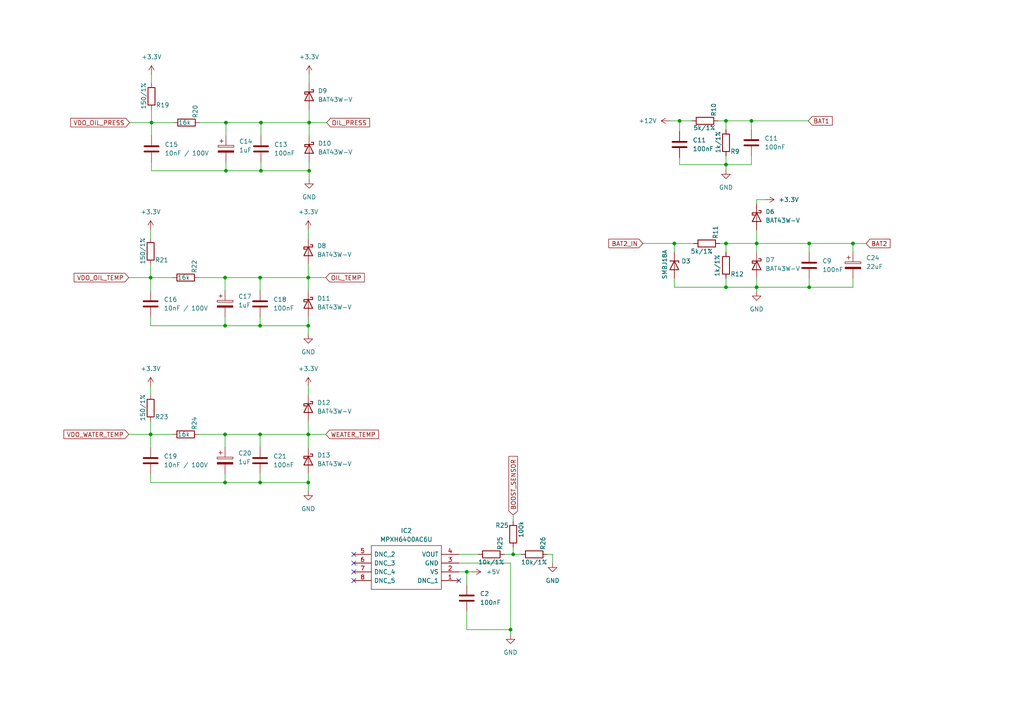
<source format=kicad_sch>
(kicad_sch (version 20230121) (generator eeschema)

  (uuid 8b0d46f7-3b0e-4b53-9e3c-c73934801f8f)

  (paper "A4")

  (title_block
    (title "\"MicroKI\" - Digitale Zusatzanzeigen")
    (date "2023-12-09")
    (rev "P1.1")
    (company "Sascha Werblow aka. LitoWelt")
    (comment 1 "www.github.com/Xilent2010/MicroKI")
    (comment 2 "www.facebook.com/litowelt")
    (comment 3 "www.instagram.com/litowelt")
  )

  (lib_symbols
    (symbol "Device:C" (pin_numbers hide) (pin_names (offset 0.254)) (in_bom yes) (on_board yes)
      (property "Reference" "C" (at 0.635 2.54 0)
        (effects (font (size 1.27 1.27)) (justify left))
      )
      (property "Value" "C" (at 0.635 -2.54 0)
        (effects (font (size 1.27 1.27)) (justify left))
      )
      (property "Footprint" "" (at 0.9652 -3.81 0)
        (effects (font (size 1.27 1.27)) hide)
      )
      (property "Datasheet" "~" (at 0 0 0)
        (effects (font (size 1.27 1.27)) hide)
      )
      (property "ki_keywords" "cap capacitor" (at 0 0 0)
        (effects (font (size 1.27 1.27)) hide)
      )
      (property "ki_description" "Unpolarized capacitor" (at 0 0 0)
        (effects (font (size 1.27 1.27)) hide)
      )
      (property "ki_fp_filters" "C_*" (at 0 0 0)
        (effects (font (size 1.27 1.27)) hide)
      )
      (symbol "C_0_1"
        (polyline
          (pts
            (xy -2.032 -0.762)
            (xy 2.032 -0.762)
          )
          (stroke (width 0.508) (type default))
          (fill (type none))
        )
        (polyline
          (pts
            (xy -2.032 0.762)
            (xy 2.032 0.762)
          )
          (stroke (width 0.508) (type default))
          (fill (type none))
        )
      )
      (symbol "C_1_1"
        (pin passive line (at 0 3.81 270) (length 2.794)
          (name "~" (effects (font (size 1.27 1.27))))
          (number "1" (effects (font (size 1.27 1.27))))
        )
        (pin passive line (at 0 -3.81 90) (length 2.794)
          (name "~" (effects (font (size 1.27 1.27))))
          (number "2" (effects (font (size 1.27 1.27))))
        )
      )
    )
    (symbol "Device:C_Polarized" (pin_numbers hide) (pin_names (offset 0.254)) (in_bom yes) (on_board yes)
      (property "Reference" "C" (at 0.635 2.54 0)
        (effects (font (size 1.27 1.27)) (justify left))
      )
      (property "Value" "C_Polarized" (at 0.635 -2.54 0)
        (effects (font (size 1.27 1.27)) (justify left))
      )
      (property "Footprint" "" (at 0.9652 -3.81 0)
        (effects (font (size 1.27 1.27)) hide)
      )
      (property "Datasheet" "~" (at 0 0 0)
        (effects (font (size 1.27 1.27)) hide)
      )
      (property "ki_keywords" "cap capacitor" (at 0 0 0)
        (effects (font (size 1.27 1.27)) hide)
      )
      (property "ki_description" "Polarized capacitor" (at 0 0 0)
        (effects (font (size 1.27 1.27)) hide)
      )
      (property "ki_fp_filters" "CP_*" (at 0 0 0)
        (effects (font (size 1.27 1.27)) hide)
      )
      (symbol "C_Polarized_0_1"
        (rectangle (start -2.286 0.508) (end 2.286 1.016)
          (stroke (width 0) (type default))
          (fill (type none))
        )
        (polyline
          (pts
            (xy -1.778 2.286)
            (xy -0.762 2.286)
          )
          (stroke (width 0) (type default))
          (fill (type none))
        )
        (polyline
          (pts
            (xy -1.27 2.794)
            (xy -1.27 1.778)
          )
          (stroke (width 0) (type default))
          (fill (type none))
        )
        (rectangle (start 2.286 -0.508) (end -2.286 -1.016)
          (stroke (width 0) (type default))
          (fill (type outline))
        )
      )
      (symbol "C_Polarized_1_1"
        (pin passive line (at 0 3.81 270) (length 2.794)
          (name "~" (effects (font (size 1.27 1.27))))
          (number "1" (effects (font (size 1.27 1.27))))
        )
        (pin passive line (at 0 -3.81 90) (length 2.794)
          (name "~" (effects (font (size 1.27 1.27))))
          (number "2" (effects (font (size 1.27 1.27))))
        )
      )
    )
    (symbol "Device:R" (pin_numbers hide) (pin_names (offset 0)) (in_bom yes) (on_board yes)
      (property "Reference" "R" (at 2.032 0 90)
        (effects (font (size 1.27 1.27)))
      )
      (property "Value" "R" (at 0 0 90)
        (effects (font (size 1.27 1.27)))
      )
      (property "Footprint" "" (at -1.778 0 90)
        (effects (font (size 1.27 1.27)) hide)
      )
      (property "Datasheet" "~" (at 0 0 0)
        (effects (font (size 1.27 1.27)) hide)
      )
      (property "ki_keywords" "R res resistor" (at 0 0 0)
        (effects (font (size 1.27 1.27)) hide)
      )
      (property "ki_description" "Resistor" (at 0 0 0)
        (effects (font (size 1.27 1.27)) hide)
      )
      (property "ki_fp_filters" "R_*" (at 0 0 0)
        (effects (font (size 1.27 1.27)) hide)
      )
      (symbol "R_0_1"
        (rectangle (start -1.016 -2.54) (end 1.016 2.54)
          (stroke (width 0.254) (type default))
          (fill (type none))
        )
      )
      (symbol "R_1_1"
        (pin passive line (at 0 3.81 270) (length 1.27)
          (name "~" (effects (font (size 1.27 1.27))))
          (number "1" (effects (font (size 1.27 1.27))))
        )
        (pin passive line (at 0 -3.81 90) (length 1.27)
          (name "~" (effects (font (size 1.27 1.27))))
          (number "2" (effects (font (size 1.27 1.27))))
        )
      )
    )
    (symbol "Diode:BAT43W-V" (pin_numbers hide) (pin_names (offset 1.016) hide) (in_bom yes) (on_board yes)
      (property "Reference" "D" (at 0 2.54 0)
        (effects (font (size 1.27 1.27)))
      )
      (property "Value" "BAT43W-V" (at 0 -2.54 0)
        (effects (font (size 1.27 1.27)))
      )
      (property "Footprint" "Diode_SMD:D_SOD-123" (at 0 -4.445 0)
        (effects (font (size 1.27 1.27)) hide)
      )
      (property "Datasheet" "http://www.vishay.com/docs/85660/bat42.pdf" (at 0 0 0)
        (effects (font (size 1.27 1.27)) hide)
      )
      (property "ki_keywords" "diode Schottky" (at 0 0 0)
        (effects (font (size 1.27 1.27)) hide)
      )
      (property "ki_description" "30V 0.2A Small Signal Schottky diode, SOD-123" (at 0 0 0)
        (effects (font (size 1.27 1.27)) hide)
      )
      (property "ki_fp_filters" "D*SOD?123*" (at 0 0 0)
        (effects (font (size 1.27 1.27)) hide)
      )
      (symbol "BAT43W-V_0_1"
        (polyline
          (pts
            (xy 1.27 0)
            (xy -1.27 0)
          )
          (stroke (width 0) (type default))
          (fill (type none))
        )
        (polyline
          (pts
            (xy 1.27 1.27)
            (xy 1.27 -1.27)
            (xy -1.27 0)
            (xy 1.27 1.27)
          )
          (stroke (width 0.254) (type default))
          (fill (type none))
        )
        (polyline
          (pts
            (xy -1.905 0.635)
            (xy -1.905 1.27)
            (xy -1.27 1.27)
            (xy -1.27 -1.27)
            (xy -0.635 -1.27)
            (xy -0.635 -0.635)
          )
          (stroke (width 0.254) (type default))
          (fill (type none))
        )
      )
      (symbol "BAT43W-V_1_1"
        (pin passive line (at -3.81 0 0) (length 2.54)
          (name "K" (effects (font (size 1.27 1.27))))
          (number "1" (effects (font (size 1.27 1.27))))
        )
        (pin passive line (at 3.81 0 180) (length 2.54)
          (name "A" (effects (font (size 1.27 1.27))))
          (number "2" (effects (font (size 1.27 1.27))))
        )
      )
    )
    (symbol "Diode:ZPDxx" (pin_numbers hide) (pin_names hide) (in_bom yes) (on_board yes)
      (property "Reference" "D" (at 0 2.54 0)
        (effects (font (size 1.27 1.27)))
      )
      (property "Value" "ZPDxx" (at 0 -2.54 0)
        (effects (font (size 1.27 1.27)))
      )
      (property "Footprint" "Diode_THT:D_DO-35_SOD27_P10.16mm_Horizontal" (at 0 -4.445 0)
        (effects (font (size 1.27 1.27)) hide)
      )
      (property "Datasheet" "http://diotec.com/tl_files/diotec/files/pdf/datasheets/zpd1" (at 0 0 0)
        (effects (font (size 1.27 1.27)) hide)
      )
      (property "ki_keywords" "zener diode" (at 0 0 0)
        (effects (font (size 1.27 1.27)) hide)
      )
      (property "ki_description" "500mW Zener Diode, DO-35" (at 0 0 0)
        (effects (font (size 1.27 1.27)) hide)
      )
      (property "ki_fp_filters" "D*DO?35*" (at 0 0 0)
        (effects (font (size 1.27 1.27)) hide)
      )
      (symbol "ZPDxx_0_1"
        (polyline
          (pts
            (xy 1.27 0)
            (xy -1.27 0)
          )
          (stroke (width 0) (type default))
          (fill (type none))
        )
        (polyline
          (pts
            (xy -1.27 -1.27)
            (xy -1.27 1.27)
            (xy -0.762 1.27)
          )
          (stroke (width 0.254) (type default))
          (fill (type none))
        )
        (polyline
          (pts
            (xy 1.27 -1.27)
            (xy 1.27 1.27)
            (xy -1.27 0)
            (xy 1.27 -1.27)
          )
          (stroke (width 0.254) (type default))
          (fill (type none))
        )
      )
      (symbol "ZPDxx_1_1"
        (pin passive line (at -3.81 0 0) (length 2.54)
          (name "K" (effects (font (size 1.27 1.27))))
          (number "1" (effects (font (size 1.27 1.27))))
        )
        (pin passive line (at 3.81 0 180) (length 2.54)
          (name "A" (effects (font (size 1.27 1.27))))
          (number "2" (effects (font (size 1.27 1.27))))
        )
      )
    )
    (symbol "SamacSys_Parts:MPXH6115AC6U" (pin_names (offset 0.762)) (in_bom yes) (on_board yes)
      (property "Reference" "IC" (at 26.67 7.62 0)
        (effects (font (size 1.27 1.27)) (justify left))
      )
      (property "Value" "MPXH6115AC6U" (at 26.67 5.08 0)
        (effects (font (size 1.27 1.27)) (justify left))
      )
      (property "Footprint" "MPXH6115AC6U" (at 26.67 2.54 0)
        (effects (font (size 1.27 1.27)) (justify left) hide)
      )
      (property "Datasheet" "http://www.nxp.com/docs/en/data-sheet/MPXA6115A.pdf" (at 26.67 0 0)
        (effects (font (size 1.27 1.27)) (justify left) hide)
      )
      (property "Description" "Board Mount Pressure Sensors 16.7psi 115kPA Pressure Sensor" (at 26.67 -2.54 0)
        (effects (font (size 1.27 1.27)) (justify left) hide)
      )
      (property "Height" "9.906" (at 26.67 -5.08 0)
        (effects (font (size 1.27 1.27)) (justify left) hide)
      )
      (property "Mouser Part Number" "841-MPXH6115AC6U" (at 26.67 -7.62 0)
        (effects (font (size 1.27 1.27)) (justify left) hide)
      )
      (property "Mouser Price/Stock" "https://www.mouser.co.uk/ProductDetail/NXP-Semiconductors/MPXH6115AC6U?qs=1PBjSSd5a1NCmYFwzWlC5g%3D%3D" (at 26.67 -10.16 0)
        (effects (font (size 1.27 1.27)) (justify left) hide)
      )
      (property "Manufacturer_Name" "NXP" (at 26.67 -12.7 0)
        (effects (font (size 1.27 1.27)) (justify left) hide)
      )
      (property "Manufacturer_Part_Number" "MPXH6115AC6U" (at 26.67 -15.24 0)
        (effects (font (size 1.27 1.27)) (justify left) hide)
      )
      (property "ki_description" "Board Mount Pressure Sensors 16.7psi 115kPA Pressure Sensor" (at 0 0 0)
        (effects (font (size 1.27 1.27)) hide)
      )
      (symbol "MPXH6115AC6U_0_0"
        (pin passive line (at 30.48 -7.62 180) (length 5.08)
          (name "DNC_1" (effects (font (size 1.27 1.27))))
          (number "1" (effects (font (size 1.27 1.27))))
        )
        (pin passive line (at 30.48 -5.08 180) (length 5.08)
          (name "VS" (effects (font (size 1.27 1.27))))
          (number "2" (effects (font (size 1.27 1.27))))
        )
        (pin passive line (at 30.48 -2.54 180) (length 5.08)
          (name "GND" (effects (font (size 1.27 1.27))))
          (number "3" (effects (font (size 1.27 1.27))))
        )
        (pin passive line (at 30.48 0 180) (length 5.08)
          (name "VOUT" (effects (font (size 1.27 1.27))))
          (number "4" (effects (font (size 1.27 1.27))))
        )
        (pin passive line (at 0 0 0) (length 5.08)
          (name "DNC_2" (effects (font (size 1.27 1.27))))
          (number "5" (effects (font (size 1.27 1.27))))
        )
        (pin passive line (at 0 -2.54 0) (length 5.08)
          (name "DNC_3" (effects (font (size 1.27 1.27))))
          (number "6" (effects (font (size 1.27 1.27))))
        )
        (pin passive line (at 0 -5.08 0) (length 5.08)
          (name "DNC_4" (effects (font (size 1.27 1.27))))
          (number "7" (effects (font (size 1.27 1.27))))
        )
        (pin passive line (at 0 -7.62 0) (length 5.08)
          (name "DNC_5" (effects (font (size 1.27 1.27))))
          (number "8" (effects (font (size 1.27 1.27))))
        )
      )
      (symbol "MPXH6115AC6U_0_1"
        (polyline
          (pts
            (xy 5.08 2.54)
            (xy 25.4 2.54)
            (xy 25.4 -10.16)
            (xy 5.08 -10.16)
            (xy 5.08 2.54)
          )
          (stroke (width 0.1524) (type solid))
          (fill (type none))
        )
      )
    )
    (symbol "power:+12V" (power) (pin_names (offset 0)) (in_bom yes) (on_board yes)
      (property "Reference" "#PWR" (at 0 -3.81 0)
        (effects (font (size 1.27 1.27)) hide)
      )
      (property "Value" "+12V" (at 0 3.556 0)
        (effects (font (size 1.27 1.27)))
      )
      (property "Footprint" "" (at 0 0 0)
        (effects (font (size 1.27 1.27)) hide)
      )
      (property "Datasheet" "" (at 0 0 0)
        (effects (font (size 1.27 1.27)) hide)
      )
      (property "ki_keywords" "global power" (at 0 0 0)
        (effects (font (size 1.27 1.27)) hide)
      )
      (property "ki_description" "Power symbol creates a global label with name \"+12V\"" (at 0 0 0)
        (effects (font (size 1.27 1.27)) hide)
      )
      (symbol "+12V_0_1"
        (polyline
          (pts
            (xy -0.762 1.27)
            (xy 0 2.54)
          )
          (stroke (width 0) (type default))
          (fill (type none))
        )
        (polyline
          (pts
            (xy 0 0)
            (xy 0 2.54)
          )
          (stroke (width 0) (type default))
          (fill (type none))
        )
        (polyline
          (pts
            (xy 0 2.54)
            (xy 0.762 1.27)
          )
          (stroke (width 0) (type default))
          (fill (type none))
        )
      )
      (symbol "+12V_1_1"
        (pin power_in line (at 0 0 90) (length 0) hide
          (name "+12V" (effects (font (size 1.27 1.27))))
          (number "1" (effects (font (size 1.27 1.27))))
        )
      )
    )
    (symbol "power:+3.3V" (power) (pin_names (offset 0)) (in_bom yes) (on_board yes)
      (property "Reference" "#PWR" (at 0 -3.81 0)
        (effects (font (size 1.27 1.27)) hide)
      )
      (property "Value" "+3.3V" (at 0 3.556 0)
        (effects (font (size 1.27 1.27)))
      )
      (property "Footprint" "" (at 0 0 0)
        (effects (font (size 1.27 1.27)) hide)
      )
      (property "Datasheet" "" (at 0 0 0)
        (effects (font (size 1.27 1.27)) hide)
      )
      (property "ki_keywords" "global power" (at 0 0 0)
        (effects (font (size 1.27 1.27)) hide)
      )
      (property "ki_description" "Power symbol creates a global label with name \"+3.3V\"" (at 0 0 0)
        (effects (font (size 1.27 1.27)) hide)
      )
      (symbol "+3.3V_0_1"
        (polyline
          (pts
            (xy -0.762 1.27)
            (xy 0 2.54)
          )
          (stroke (width 0) (type default))
          (fill (type none))
        )
        (polyline
          (pts
            (xy 0 0)
            (xy 0 2.54)
          )
          (stroke (width 0) (type default))
          (fill (type none))
        )
        (polyline
          (pts
            (xy 0 2.54)
            (xy 0.762 1.27)
          )
          (stroke (width 0) (type default))
          (fill (type none))
        )
      )
      (symbol "+3.3V_1_1"
        (pin power_in line (at 0 0 90) (length 0) hide
          (name "+3.3V" (effects (font (size 1.27 1.27))))
          (number "1" (effects (font (size 1.27 1.27))))
        )
      )
    )
    (symbol "power:+5V" (power) (pin_names (offset 0)) (in_bom yes) (on_board yes)
      (property "Reference" "#PWR" (at 0 -3.81 0)
        (effects (font (size 1.27 1.27)) hide)
      )
      (property "Value" "+5V" (at 0 3.556 0)
        (effects (font (size 1.27 1.27)))
      )
      (property "Footprint" "" (at 0 0 0)
        (effects (font (size 1.27 1.27)) hide)
      )
      (property "Datasheet" "" (at 0 0 0)
        (effects (font (size 1.27 1.27)) hide)
      )
      (property "ki_keywords" "global power" (at 0 0 0)
        (effects (font (size 1.27 1.27)) hide)
      )
      (property "ki_description" "Power symbol creates a global label with name \"+5V\"" (at 0 0 0)
        (effects (font (size 1.27 1.27)) hide)
      )
      (symbol "+5V_0_1"
        (polyline
          (pts
            (xy -0.762 1.27)
            (xy 0 2.54)
          )
          (stroke (width 0) (type default))
          (fill (type none))
        )
        (polyline
          (pts
            (xy 0 0)
            (xy 0 2.54)
          )
          (stroke (width 0) (type default))
          (fill (type none))
        )
        (polyline
          (pts
            (xy 0 2.54)
            (xy 0.762 1.27)
          )
          (stroke (width 0) (type default))
          (fill (type none))
        )
      )
      (symbol "+5V_1_1"
        (pin power_in line (at 0 0 90) (length 0) hide
          (name "+5V" (effects (font (size 1.27 1.27))))
          (number "1" (effects (font (size 1.27 1.27))))
        )
      )
    )
    (symbol "power:GND" (power) (pin_names (offset 0)) (in_bom yes) (on_board yes)
      (property "Reference" "#PWR" (at 0 -6.35 0)
        (effects (font (size 1.27 1.27)) hide)
      )
      (property "Value" "GND" (at 0 -3.81 0)
        (effects (font (size 1.27 1.27)))
      )
      (property "Footprint" "" (at 0 0 0)
        (effects (font (size 1.27 1.27)) hide)
      )
      (property "Datasheet" "" (at 0 0 0)
        (effects (font (size 1.27 1.27)) hide)
      )
      (property "ki_keywords" "global power" (at 0 0 0)
        (effects (font (size 1.27 1.27)) hide)
      )
      (property "ki_description" "Power symbol creates a global label with name \"GND\" , ground" (at 0 0 0)
        (effects (font (size 1.27 1.27)) hide)
      )
      (symbol "GND_0_1"
        (polyline
          (pts
            (xy 0 0)
            (xy 0 -1.27)
            (xy 1.27 -1.27)
            (xy 0 -2.54)
            (xy -1.27 -1.27)
            (xy 0 -1.27)
          )
          (stroke (width 0) (type default))
          (fill (type none))
        )
      )
      (symbol "GND_1_1"
        (pin power_in line (at 0 0 270) (length 0) hide
          (name "GND" (effects (font (size 1.27 1.27))))
          (number "1" (effects (font (size 1.27 1.27))))
        )
      )
    )
  )

  (junction (at 89.408 94.488) (diameter 0) (color 0 0 0 0)
    (uuid 0e3ceceb-24f3-4d48-949e-fc6ee73adad5)
  )
  (junction (at 217.932 35.052) (diameter 0) (color 0 0 0 0)
    (uuid 1bf75b1a-81ae-4bff-80dc-2aac603a255d)
  )
  (junction (at 89.662 35.56) (diameter 0) (color 0 0 0 0)
    (uuid 20243f06-f604-46c8-8a7b-b3021de4ea7e)
  )
  (junction (at 135.382 165.862) (diameter 0) (color 0 0 0 0)
    (uuid 21e6e74f-9c27-49c4-bc5a-c202d4b273d2)
  )
  (junction (at 89.408 80.518) (diameter 0) (color 0 0 0 0)
    (uuid 372777ff-8d8e-4d01-8d5b-08db2bff6843)
  )
  (junction (at 75.438 125.984) (diameter 0) (color 0 0 0 0)
    (uuid 3be9e853-a173-4547-8c3a-1c8c5e41a9b6)
  )
  (junction (at 89.662 49.53) (diameter 0) (color 0 0 0 0)
    (uuid 3c920389-6065-45fa-adc9-ed5c7fcc6c74)
  )
  (junction (at 197.104 35.052) (diameter 0) (color 0 0 0 0)
    (uuid 44463026-f048-446d-af34-30a08ba8286c)
  )
  (junction (at 210.566 83.312) (diameter 0) (color 0 0 0 0)
    (uuid 4ef8c027-867b-49c2-bcbd-8f9c2fa01569)
  )
  (junction (at 219.456 83.312) (diameter 0) (color 0 0 0 0)
    (uuid 5417c068-0256-407f-a3ad-dcca6f4923ab)
  )
  (junction (at 65.278 80.518) (diameter 0) (color 0 0 0 0)
    (uuid 581484bd-4765-491d-8042-b6e902968534)
  )
  (junction (at 65.278 94.488) (diameter 0) (color 0 0 0 0)
    (uuid 5884650b-1588-496e-898e-f1b49098d0d8)
  )
  (junction (at 219.456 70.612) (diameter 0) (color 0 0 0 0)
    (uuid 5a5eca81-1c71-41f9-a74d-ee1c6b1e5850)
  )
  (junction (at 43.688 125.984) (diameter 0) (color 0 0 0 0)
    (uuid 638be6f8-0384-45e3-977b-0187f5d0e769)
  )
  (junction (at 65.532 49.53) (diameter 0) (color 0 0 0 0)
    (uuid 6b52a87b-6580-4f01-a3bd-8adbed98cf3b)
  )
  (junction (at 75.438 80.518) (diameter 0) (color 0 0 0 0)
    (uuid 7501ec6f-4765-4b03-8444-3757e092874c)
  )
  (junction (at 75.692 49.53) (diameter 0) (color 0 0 0 0)
    (uuid 858df6b2-ca1f-47f7-bff5-f6bee1472a78)
  )
  (junction (at 195.58 70.612) (diameter 0) (color 0 0 0 0)
    (uuid 96989c5a-546d-4d69-bead-c69de37e7e94)
  )
  (junction (at 65.278 125.984) (diameter 0) (color 0 0 0 0)
    (uuid 970b09fd-0a01-4f7c-a638-bb4de38561c6)
  )
  (junction (at 210.566 35.052) (diameter 0) (color 0 0 0 0)
    (uuid 9c894065-e9bf-49c9-b310-36c23fce0edc)
  )
  (junction (at 210.566 70.612) (diameter 0) (color 0 0 0 0)
    (uuid a2427264-3262-4401-a345-dbca60404ae9)
  )
  (junction (at 75.438 94.488) (diameter 0) (color 0 0 0 0)
    (uuid a8dc9634-20e2-4a0f-91eb-97c84fbfdb4c)
  )
  (junction (at 234.696 83.312) (diameter 0) (color 0 0 0 0)
    (uuid af514f0c-d416-4cf0-af25-51e7b0e77dc7)
  )
  (junction (at 75.692 35.56) (diameter 0) (color 0 0 0 0)
    (uuid b55afb98-4836-437e-853a-0d7275bc5412)
  )
  (junction (at 89.408 139.954) (diameter 0) (color 0 0 0 0)
    (uuid c125fb70-4dd0-4300-bf39-fb03cb14208b)
  )
  (junction (at 75.438 139.954) (diameter 0) (color 0 0 0 0)
    (uuid c60a4357-9957-426b-9b5f-b3c04428a1df)
  )
  (junction (at 89.408 125.984) (diameter 0) (color 0 0 0 0)
    (uuid d1f88fda-d46d-4414-8af2-a8a72a745d65)
  )
  (junction (at 148.082 182.626) (diameter 0) (color 0 0 0 0)
    (uuid e1feb6c8-e573-4fd4-8ea0-4b622d6ac79a)
  )
  (junction (at 65.278 139.954) (diameter 0) (color 0 0 0 0)
    (uuid e490bb8b-d6d7-408b-9a2b-06a21f263ae1)
  )
  (junction (at 43.688 80.518) (diameter 0) (color 0 0 0 0)
    (uuid ec6cf4bf-13d9-4f48-b9a4-6c33a74f1872)
  )
  (junction (at 148.844 160.782) (diameter 0) (color 0 0 0 0)
    (uuid ed69c8aa-f945-4ffd-9a49-b5f68a0dc114)
  )
  (junction (at 247.396 70.612) (diameter 0) (color 0 0 0 0)
    (uuid f06558b8-e9f3-4aa6-ab45-7fedabe43fd9)
  )
  (junction (at 65.532 35.56) (diameter 0) (color 0 0 0 0)
    (uuid f234285b-41bf-48d9-97c4-c7ed40fdf081)
  )
  (junction (at 234.696 70.612) (diameter 0) (color 0 0 0 0)
    (uuid f5ad9f2e-7df4-4ea9-8214-122c23837949)
  )
  (junction (at 210.566 47.752) (diameter 0) (color 0 0 0 0)
    (uuid f7822952-88ae-4d8e-aa06-65f73345877a)
  )
  (junction (at 43.942 35.56) (diameter 0) (color 0 0 0 0)
    (uuid fa3968ef-12c6-47a6-a175-e8b589b9187d)
  )

  (no_connect (at 133.096 168.402) (uuid 13dcea6c-6dd9-44fd-842b-0b5aa025f055))
  (no_connect (at 102.616 165.862) (uuid 39f23fa0-b517-467c-a93e-bb66e8a80cf6))
  (no_connect (at 102.616 160.782) (uuid 559a4e19-e2c3-433b-aac4-d220aff3b25e))
  (no_connect (at 102.616 163.322) (uuid 92dd6841-2e33-462a-9303-36780bdeb7aa))
  (no_connect (at 102.616 168.402) (uuid 973fe92b-522a-4536-a5c3-6a9767cee066))

  (wire (pts (xy 148.082 182.626) (xy 148.082 184.15))
    (stroke (width 0) (type default))
    (uuid 0094a5e4-d1c0-4345-abb1-d19bae33f2fc)
  )
  (wire (pts (xy 197.104 38.1) (xy 197.104 35.052))
    (stroke (width 0) (type default))
    (uuid 0413fba9-e027-4785-9dd2-dafa839e296b)
  )
  (wire (pts (xy 75.692 35.56) (xy 89.662 35.56))
    (stroke (width 0) (type default))
    (uuid 07c82cb2-c070-4e25-b580-48e57e0fd547)
  )
  (wire (pts (xy 89.408 94.488) (xy 89.408 97.028))
    (stroke (width 0) (type default))
    (uuid 08fc0730-bfb4-4216-9894-7ad6a8d920dc)
  )
  (wire (pts (xy 219.456 80.772) (xy 219.456 83.312))
    (stroke (width 0) (type default))
    (uuid 0a3d3055-fc98-446c-b398-445a673a9a3c)
  )
  (wire (pts (xy 43.688 112.014) (xy 43.688 114.554))
    (stroke (width 0) (type default))
    (uuid 0ecf2a9e-537c-495d-8703-b86698b85f34)
  )
  (wire (pts (xy 37.592 35.56) (xy 43.942 35.56))
    (stroke (width 0) (type default))
    (uuid 1357ad45-07be-4fd7-9464-8dea4db14c0e)
  )
  (wire (pts (xy 195.58 70.612) (xy 195.58 73.152))
    (stroke (width 0) (type default))
    (uuid 1869bd2c-3b7d-45dc-9f82-9aea52b04468)
  )
  (wire (pts (xy 75.438 125.984) (xy 75.438 129.794))
    (stroke (width 0) (type default))
    (uuid 18744473-9cae-458a-8de0-fd77864a6e42)
  )
  (wire (pts (xy 75.438 137.414) (xy 75.438 139.954))
    (stroke (width 0) (type default))
    (uuid 199bb081-2238-4cf8-9af6-5372b5f138b1)
  )
  (wire (pts (xy 234.696 70.612) (xy 247.396 70.612))
    (stroke (width 0) (type default))
    (uuid 1a98f801-f513-42d8-8f09-e2b1ca3bb013)
  )
  (wire (pts (xy 37.338 80.518) (xy 43.688 80.518))
    (stroke (width 0) (type default))
    (uuid 1cb2146e-5736-4a4e-adca-2ec18b0bef4e)
  )
  (wire (pts (xy 217.932 35.052) (xy 217.932 37.592))
    (stroke (width 0) (type default))
    (uuid 1d77d7a6-8231-4920-91a1-7d786d23931b)
  )
  (wire (pts (xy 43.942 31.75) (xy 43.942 35.56))
    (stroke (width 0) (type default))
    (uuid 1e64f8f2-5471-4a03-af81-6b4489406ba7)
  )
  (wire (pts (xy 133.096 160.782) (xy 138.684 160.782))
    (stroke (width 0) (type default))
    (uuid 1ea364c2-eb49-469c-9230-b12162f76825)
  )
  (wire (pts (xy 210.566 70.612) (xy 219.456 70.612))
    (stroke (width 0) (type default))
    (uuid 1f9b143f-0834-42fb-9bdf-3cd2eac1bb3c)
  )
  (wire (pts (xy 89.408 80.518) (xy 89.408 84.328))
    (stroke (width 0) (type default))
    (uuid 233c7c1d-8371-44bd-be97-f50fc07d3c34)
  )
  (wire (pts (xy 43.688 80.518) (xy 50.038 80.518))
    (stroke (width 0) (type default))
    (uuid 23d786c7-04b8-49a5-a207-3bd194483522)
  )
  (wire (pts (xy 148.844 158.75) (xy 148.844 160.782))
    (stroke (width 0) (type default))
    (uuid 240b0aac-a626-4c8e-83cd-c38ceeba6801)
  )
  (wire (pts (xy 65.532 35.56) (xy 65.532 39.37))
    (stroke (width 0) (type default))
    (uuid 247dc2eb-4cf2-44aa-936f-aabc03193d58)
  )
  (wire (pts (xy 210.566 37.592) (xy 210.566 35.052))
    (stroke (width 0) (type default))
    (uuid 27f736a5-b079-4e1e-893b-99cb8f4ccedf)
  )
  (wire (pts (xy 43.942 35.56) (xy 43.942 39.37))
    (stroke (width 0) (type default))
    (uuid 2a2e6084-9a36-49da-87c7-c44525064d08)
  )
  (wire (pts (xy 195.58 80.772) (xy 195.58 83.312))
    (stroke (width 0) (type default))
    (uuid 2b12400c-b440-4d39-b92c-7a56ad9de89a)
  )
  (wire (pts (xy 75.438 80.518) (xy 89.408 80.518))
    (stroke (width 0) (type default))
    (uuid 2b5f66e6-7bfd-42f3-80bc-3fc407c25769)
  )
  (wire (pts (xy 75.438 125.984) (xy 89.408 125.984))
    (stroke (width 0) (type default))
    (uuid 2b896019-8be9-4142-988e-d3a9e2704c89)
  )
  (wire (pts (xy 89.408 122.174) (xy 89.408 125.984))
    (stroke (width 0) (type default))
    (uuid 2d44312a-20e3-4448-b429-bedb347e563b)
  )
  (wire (pts (xy 160.274 160.782) (xy 160.274 163.322))
    (stroke (width 0) (type default))
    (uuid 2d779be4-ea01-4d93-8283-297c1dbc4fbe)
  )
  (wire (pts (xy 43.688 76.708) (xy 43.688 80.518))
    (stroke (width 0) (type default))
    (uuid 2d89014e-fdd7-4c58-aaa8-7ba07b155c87)
  )
  (wire (pts (xy 217.932 45.212) (xy 217.932 47.752))
    (stroke (width 0) (type default))
    (uuid 31dfbb49-ed30-46ec-bb8b-0063310b508c)
  )
  (wire (pts (xy 219.456 70.612) (xy 234.696 70.612))
    (stroke (width 0) (type default))
    (uuid 31f2efbb-20e2-41f3-ac18-77ed3f19f22d)
  )
  (wire (pts (xy 210.566 47.752) (xy 210.566 49.276))
    (stroke (width 0) (type default))
    (uuid 3dbc1fbc-c20b-4f9a-889f-8b8430f06f45)
  )
  (wire (pts (xy 89.662 35.56) (xy 89.662 39.37))
    (stroke (width 0) (type default))
    (uuid 3df02a18-5555-4488-9c0f-56307e67d2a1)
  )
  (wire (pts (xy 75.692 46.99) (xy 75.692 49.53))
    (stroke (width 0) (type default))
    (uuid 428acf0d-6274-4999-a068-e6311495ae77)
  )
  (wire (pts (xy 219.456 70.612) (xy 219.456 73.152))
    (stroke (width 0) (type default))
    (uuid 452788ce-91fa-401a-a1ac-b59bcb4f2da2)
  )
  (wire (pts (xy 219.456 59.182) (xy 219.456 57.912))
    (stroke (width 0) (type default))
    (uuid 466f5573-2179-4be9-92c6-aece7114456e)
  )
  (wire (pts (xy 135.382 177.292) (xy 135.382 182.626))
    (stroke (width 0) (type default))
    (uuid 47927538-b132-4b27-9195-0aacdc8e3684)
  )
  (wire (pts (xy 197.104 35.052) (xy 200.66 35.052))
    (stroke (width 0) (type default))
    (uuid 4c334c08-5fe4-472d-bc06-66d3bd2803fc)
  )
  (wire (pts (xy 219.456 66.802) (xy 219.456 70.612))
    (stroke (width 0) (type default))
    (uuid 5195bc13-1c89-4e5b-ad22-832b7421dd7f)
  )
  (wire (pts (xy 75.692 35.56) (xy 75.692 39.37))
    (stroke (width 0) (type default))
    (uuid 541c5adb-b486-445a-b4bd-d0fd9ea3948c)
  )
  (wire (pts (xy 37.338 125.984) (xy 43.688 125.984))
    (stroke (width 0) (type default))
    (uuid 545a4bca-83a6-40dd-818f-0eb397397723)
  )
  (wire (pts (xy 65.278 139.954) (xy 75.438 139.954))
    (stroke (width 0) (type default))
    (uuid 59025e2b-c337-4b21-a2e6-242f211a7b92)
  )
  (wire (pts (xy 247.396 70.612) (xy 251.206 70.612))
    (stroke (width 0) (type default))
    (uuid 5a508ecf-fc1f-48cb-bc62-2282540f0474)
  )
  (wire (pts (xy 43.942 46.99) (xy 43.942 49.53))
    (stroke (width 0) (type default))
    (uuid 5d097ed1-ddae-4299-9fbe-dec9bbc38827)
  )
  (wire (pts (xy 195.58 83.312) (xy 210.566 83.312))
    (stroke (width 0) (type default))
    (uuid 6159eeac-46a2-4c9b-b51d-531e528b8869)
  )
  (wire (pts (xy 135.382 182.626) (xy 148.082 182.626))
    (stroke (width 0) (type default))
    (uuid 6231b29f-c4b0-43e9-a140-bc6753b6f53c)
  )
  (wire (pts (xy 43.942 49.53) (xy 65.532 49.53))
    (stroke (width 0) (type default))
    (uuid 6320adbf-3faf-431b-9239-76b6c0ecfb80)
  )
  (wire (pts (xy 210.566 73.152) (xy 210.566 70.612))
    (stroke (width 0) (type default))
    (uuid 639f4a95-d822-4c50-b490-a048b574337d)
  )
  (wire (pts (xy 208.788 70.612) (xy 210.566 70.612))
    (stroke (width 0) (type default))
    (uuid 6636a86f-e122-4da5-84c0-944bf2e55593)
  )
  (wire (pts (xy 135.382 165.862) (xy 135.382 169.672))
    (stroke (width 0) (type default))
    (uuid 673ce2cd-2713-4079-90ae-0b29722852ef)
  )
  (wire (pts (xy 217.932 35.052) (xy 234.442 35.052))
    (stroke (width 0) (type default))
    (uuid 67d3a9e3-4067-407b-a092-08966515aae1)
  )
  (wire (pts (xy 65.278 91.948) (xy 65.278 94.488))
    (stroke (width 0) (type default))
    (uuid 6cc102ae-81b7-4787-8c0c-d57c0a4e2701)
  )
  (wire (pts (xy 65.532 49.53) (xy 75.692 49.53))
    (stroke (width 0) (type default))
    (uuid 6e2b652b-cf4f-4ab2-aca6-1c6f40a1acbd)
  )
  (wire (pts (xy 210.566 35.052) (xy 217.932 35.052))
    (stroke (width 0) (type default))
    (uuid 70087b92-c7cc-4de0-9214-0dc084f81dba)
  )
  (wire (pts (xy 210.566 83.312) (xy 219.456 83.312))
    (stroke (width 0) (type default))
    (uuid 7280ed7c-dd31-4b3f-8d1b-e1e939c18104)
  )
  (wire (pts (xy 43.688 125.984) (xy 43.688 129.794))
    (stroke (width 0) (type default))
    (uuid 7703ed13-4ca2-4d8a-9658-accca750bd5e)
  )
  (wire (pts (xy 43.942 21.59) (xy 43.942 24.13))
    (stroke (width 0) (type default))
    (uuid 770646a5-3f5d-4c09-9d32-5226c258bfcb)
  )
  (wire (pts (xy 43.688 94.488) (xy 65.278 94.488))
    (stroke (width 0) (type default))
    (uuid 7761a3c1-e873-4a9c-be55-27d486ed0f80)
  )
  (wire (pts (xy 89.408 94.488) (xy 89.408 91.948))
    (stroke (width 0) (type default))
    (uuid 79752f0a-519b-4e02-9565-5c16e76f74d6)
  )
  (wire (pts (xy 43.688 80.518) (xy 43.688 84.328))
    (stroke (width 0) (type default))
    (uuid 7c09c787-fc71-41db-85ce-22dd288ae0da)
  )
  (wire (pts (xy 75.438 94.488) (xy 89.408 94.488))
    (stroke (width 0) (type default))
    (uuid 7f83d4c3-4e76-4e19-862a-b35502c59e91)
  )
  (wire (pts (xy 65.532 46.99) (xy 65.532 49.53))
    (stroke (width 0) (type default))
    (uuid 80eda1c1-8126-4389-bcca-c39b396776a6)
  )
  (wire (pts (xy 197.104 45.72) (xy 197.104 47.752))
    (stroke (width 0) (type default))
    (uuid 85411ab4-a945-499f-a85a-27c3a9153529)
  )
  (wire (pts (xy 43.688 66.548) (xy 43.688 69.088))
    (stroke (width 0) (type default))
    (uuid 857d5ff8-952c-40fb-b665-a112b6976018)
  )
  (wire (pts (xy 43.688 137.414) (xy 43.688 139.954))
    (stroke (width 0) (type default))
    (uuid 86789e47-9a05-4d1a-972b-cee44f65b633)
  )
  (wire (pts (xy 89.408 139.954) (xy 89.408 142.494))
    (stroke (width 0) (type default))
    (uuid 89dab466-63f5-4523-a4ea-21d52de73af1)
  )
  (wire (pts (xy 234.696 80.772) (xy 234.696 83.312))
    (stroke (width 0) (type default))
    (uuid 8a7cfbec-51d4-42c5-86c4-4b314083f7cb)
  )
  (wire (pts (xy 197.104 47.752) (xy 210.566 47.752))
    (stroke (width 0) (type default))
    (uuid 92d15c6f-5af5-45a2-9f7e-69be32d0ba92)
  )
  (wire (pts (xy 210.566 80.772) (xy 210.566 83.312))
    (stroke (width 0) (type default))
    (uuid 92fea3fd-9e24-4ee5-bd9c-4430fd3d7f1f)
  )
  (wire (pts (xy 89.408 125.984) (xy 89.408 129.794))
    (stroke (width 0) (type default))
    (uuid 96811e81-a6cc-4a46-a573-79444b42da09)
  )
  (wire (pts (xy 65.278 80.518) (xy 75.438 80.518))
    (stroke (width 0) (type default))
    (uuid a0affea9-8cf7-470e-827b-04fd88919a64)
  )
  (wire (pts (xy 57.912 35.56) (xy 65.532 35.56))
    (stroke (width 0) (type default))
    (uuid a65276b0-00cd-4ccd-9587-ead5daf1cddf)
  )
  (wire (pts (xy 186.436 70.612) (xy 195.58 70.612))
    (stroke (width 0) (type default))
    (uuid a9a9b5b7-332b-4640-bdac-caeeab4e0ac5)
  )
  (wire (pts (xy 234.696 70.612) (xy 234.696 73.152))
    (stroke (width 0) (type default))
    (uuid ab1d6421-94c7-4fd3-be67-0bcb7f575755)
  )
  (wire (pts (xy 133.096 163.322) (xy 148.082 163.322))
    (stroke (width 0) (type default))
    (uuid ad163ec5-fc51-4c4b-a4f3-a1b91cbdbda6)
  )
  (wire (pts (xy 75.438 80.518) (xy 75.438 84.328))
    (stroke (width 0) (type default))
    (uuid adb37236-028c-4230-92f8-bbedf6b9501f)
  )
  (wire (pts (xy 148.844 160.782) (xy 151.13 160.782))
    (stroke (width 0) (type default))
    (uuid ae66a720-8676-4203-8151-22fc07fe859d)
  )
  (wire (pts (xy 57.658 125.984) (xy 65.278 125.984))
    (stroke (width 0) (type default))
    (uuid b88cfb03-1f90-4dea-8e09-ccf0891bc061)
  )
  (wire (pts (xy 89.408 76.708) (xy 89.408 80.518))
    (stroke (width 0) (type default))
    (uuid b88f50f3-e8a1-45bb-bcec-00be9598a212)
  )
  (wire (pts (xy 247.396 83.312) (xy 247.396 80.772))
    (stroke (width 0) (type default))
    (uuid b9cb8828-8d74-4ddb-9bb1-6e9751e5b807)
  )
  (wire (pts (xy 65.278 137.414) (xy 65.278 139.954))
    (stroke (width 0) (type default))
    (uuid baa59540-4b3f-44ba-8189-a696bcae83dc)
  )
  (wire (pts (xy 219.456 57.912) (xy 221.996 57.912))
    (stroke (width 0) (type default))
    (uuid bdada3ad-c622-442e-9b5e-896a88581e2d)
  )
  (wire (pts (xy 89.408 66.548) (xy 89.408 69.088))
    (stroke (width 0) (type default))
    (uuid c00f9f29-f057-4b12-9d34-65e330b5a5bd)
  )
  (wire (pts (xy 75.438 139.954) (xy 89.408 139.954))
    (stroke (width 0) (type default))
    (uuid c0f3267d-8e88-436c-a2d6-3aadd24c800b)
  )
  (wire (pts (xy 195.58 70.612) (xy 201.168 70.612))
    (stroke (width 0) (type default))
    (uuid c39d1ddf-c07f-4f11-8a42-4495cfe7e94f)
  )
  (wire (pts (xy 247.396 70.612) (xy 247.396 73.152))
    (stroke (width 0) (type default))
    (uuid c4a8a183-b5a9-46e3-ad3f-b9b79dac23cf)
  )
  (wire (pts (xy 43.688 91.948) (xy 43.688 94.488))
    (stroke (width 0) (type default))
    (uuid cac1ef4d-4e04-4a9d-96d8-16c959910e82)
  )
  (wire (pts (xy 219.456 83.312) (xy 234.696 83.312))
    (stroke (width 0) (type default))
    (uuid cb8bb2ef-0c54-4fb6-a9ed-1b843f575aa4)
  )
  (wire (pts (xy 133.096 165.862) (xy 135.382 165.862))
    (stroke (width 0) (type default))
    (uuid d182e50b-d722-474d-9264-cb97e4c9cd40)
  )
  (wire (pts (xy 194.31 35.052) (xy 197.104 35.052))
    (stroke (width 0) (type default))
    (uuid d2585958-4b5b-4830-88d3-c797e5d24132)
  )
  (wire (pts (xy 43.688 125.984) (xy 50.038 125.984))
    (stroke (width 0) (type default))
    (uuid d78c8088-cf8b-440c-9604-ea49988e8778)
  )
  (wire (pts (xy 135.382 165.862) (xy 136.906 165.862))
    (stroke (width 0) (type default))
    (uuid d8c76480-e1c4-4aff-bae0-f8cd98a357ed)
  )
  (wire (pts (xy 65.278 125.984) (xy 65.278 129.794))
    (stroke (width 0) (type default))
    (uuid d9499013-e78e-483c-8941-77f504a74c6c)
  )
  (wire (pts (xy 234.696 83.312) (xy 247.396 83.312))
    (stroke (width 0) (type default))
    (uuid d9e092d0-ae03-4d2c-a89c-182d0b01dbe8)
  )
  (wire (pts (xy 219.456 83.312) (xy 219.456 84.582))
    (stroke (width 0) (type default))
    (uuid da0abc2b-c58b-487a-8c35-8eab4fb2d131)
  )
  (wire (pts (xy 43.688 139.954) (xy 65.278 139.954))
    (stroke (width 0) (type default))
    (uuid da50f41d-63a8-4b94-9957-247f3c979045)
  )
  (wire (pts (xy 89.408 80.518) (xy 94.488 80.518))
    (stroke (width 0) (type default))
    (uuid dce867a2-19ec-4fd6-9ace-0262b87492bf)
  )
  (wire (pts (xy 75.692 49.53) (xy 89.662 49.53))
    (stroke (width 0) (type default))
    (uuid dceff304-acf6-412d-8d17-4a3541dfef31)
  )
  (wire (pts (xy 89.408 112.014) (xy 89.408 114.554))
    (stroke (width 0) (type default))
    (uuid dd653ac4-12cb-4fc6-90d6-d84241ac9e35)
  )
  (wire (pts (xy 89.662 35.56) (xy 94.742 35.56))
    (stroke (width 0) (type default))
    (uuid df6f5cdc-44a0-4aa5-8446-c3a0342798ce)
  )
  (wire (pts (xy 43.688 122.174) (xy 43.688 125.984))
    (stroke (width 0) (type default))
    (uuid dfcf1090-bb90-4c71-a18d-0d2620b5439b)
  )
  (wire (pts (xy 148.844 149.352) (xy 148.844 151.13))
    (stroke (width 0) (type default))
    (uuid e0431a4a-7429-4970-a008-3aff783828ac)
  )
  (wire (pts (xy 89.662 31.75) (xy 89.662 35.56))
    (stroke (width 0) (type default))
    (uuid e2ea23d4-7e7c-41ea-be84-0edb7711e2cc)
  )
  (wire (pts (xy 89.662 49.53) (xy 89.662 52.07))
    (stroke (width 0) (type default))
    (uuid e33e6dd9-e4ae-4802-87a3-fa2bc2ee2f68)
  )
  (wire (pts (xy 89.408 139.954) (xy 89.408 137.414))
    (stroke (width 0) (type default))
    (uuid e4ef6d74-b3b4-49ac-be05-d36143845604)
  )
  (wire (pts (xy 89.662 49.53) (xy 89.662 46.99))
    (stroke (width 0) (type default))
    (uuid e854f755-140e-407f-ba31-2ebc07bf6b40)
  )
  (wire (pts (xy 210.566 45.212) (xy 210.566 47.752))
    (stroke (width 0) (type default))
    (uuid e9ef14f2-cfe9-49a0-ad02-ecb42e92ba79)
  )
  (wire (pts (xy 65.532 35.56) (xy 75.692 35.56))
    (stroke (width 0) (type default))
    (uuid ec604c89-72fe-43fa-84ae-1cc75abb705d)
  )
  (wire (pts (xy 57.658 80.518) (xy 65.278 80.518))
    (stroke (width 0) (type default))
    (uuid eca4e57c-e5cf-4f85-86ae-26228acd9cac)
  )
  (wire (pts (xy 43.942 35.56) (xy 50.292 35.56))
    (stroke (width 0) (type default))
    (uuid ee69a155-bfc3-4490-815d-4ccedc528d16)
  )
  (wire (pts (xy 65.278 125.984) (xy 75.438 125.984))
    (stroke (width 0) (type default))
    (uuid ef6159d5-2960-4e29-b6c6-2e335d4c01b0)
  )
  (wire (pts (xy 89.408 125.984) (xy 94.488 125.984))
    (stroke (width 0) (type default))
    (uuid ef6a936c-9d1d-4723-8cfd-b66f8bfbf3ce)
  )
  (wire (pts (xy 208.28 35.052) (xy 210.566 35.052))
    (stroke (width 0) (type default))
    (uuid f079fd73-431d-40fd-8119-c4abc5deb3b9)
  )
  (wire (pts (xy 89.662 21.59) (xy 89.662 24.13))
    (stroke (width 0) (type default))
    (uuid f24f9cd7-246b-4169-ae3b-4749df1af8f2)
  )
  (wire (pts (xy 148.082 182.626) (xy 148.082 163.322))
    (stroke (width 0) (type default))
    (uuid f9636d58-7339-4847-aa4e-5ed5c7376f47)
  )
  (wire (pts (xy 217.932 47.752) (xy 210.566 47.752))
    (stroke (width 0) (type default))
    (uuid fb039511-c1af-4d64-8abe-1a940d63925b)
  )
  (wire (pts (xy 158.75 160.782) (xy 160.274 160.782))
    (stroke (width 0) (type default))
    (uuid fb971a1c-923a-4705-bc6f-a506cc26a2de)
  )
  (wire (pts (xy 146.304 160.782) (xy 148.844 160.782))
    (stroke (width 0) (type default))
    (uuid fc6d672a-5dfa-4c67-8cac-9b01c1615ce1)
  )
  (wire (pts (xy 65.278 94.488) (xy 75.438 94.488))
    (stroke (width 0) (type default))
    (uuid fcebc375-aac1-4da5-911b-40b344eaff66)
  )
  (wire (pts (xy 75.438 91.948) (xy 75.438 94.488))
    (stroke (width 0) (type default))
    (uuid fd5b4ade-dcbf-4f3d-8758-11486ace3b39)
  )
  (wire (pts (xy 65.278 80.518) (xy 65.278 84.328))
    (stroke (width 0) (type default))
    (uuid ff610a18-762f-4374-b63a-1c8c59186649)
  )

  (global_label "OIL_TEMP" (shape input) (at 94.488 80.518 0) (fields_autoplaced)
    (effects (font (size 1.27 1.27)) (justify left))
    (uuid 409bd059-b13c-4487-a9d9-ac2e42c5ae52)
    (property "Intersheetrefs" "${INTERSHEET_REFS}" (at 106.2422 80.518 0)
      (effects (font (size 1.27 1.27)) (justify left) hide)
    )
  )
  (global_label "BAT2_IN" (shape input) (at 186.436 70.612 180) (fields_autoplaced)
    (effects (font (size 1.27 1.27)) (justify right))
    (uuid 51862c91-9c99-4b07-bd40-6ae26816d121)
    (property "Intersheetrefs" "${INTERSHEET_REFS}" (at 176.0122 70.612 0)
      (effects (font (size 1.27 1.27)) (justify right) hide)
    )
  )
  (global_label "BOOST_SENSOR" (shape input) (at 148.844 149.352 90) (fields_autoplaced)
    (effects (font (size 1.27 1.27)) (justify left))
    (uuid 77b447b2-8a8c-4738-bc01-2f73c26bfcd4)
    (property "Intersheetrefs" "${INTERSHEET_REFS}" (at 148.844 131.7921 90)
      (effects (font (size 1.27 1.27)) (justify left) hide)
    )
  )
  (global_label "OIL_PRESS" (shape input) (at 94.742 35.56 0) (fields_autoplaced)
    (effects (font (size 1.27 1.27)) (justify left))
    (uuid 7c870235-c775-4b22-b022-e8ddfd3a45b5)
    (property "Intersheetrefs" "${INTERSHEET_REFS}" (at 107.7662 35.56 0)
      (effects (font (size 1.27 1.27)) (justify left) hide)
    )
  )
  (global_label "VDO_OIL_TEMP" (shape input) (at 37.338 80.518 180) (fields_autoplaced)
    (effects (font (size 1.27 1.27)) (justify right))
    (uuid 83db71a4-c395-45af-b943-51bfd95471eb)
    (property "Intersheetrefs" "${INTERSHEET_REFS}" (at 20.9271 80.518 0)
      (effects (font (size 1.27 1.27)) (justify right) hide)
    )
  )
  (global_label "VDO_WATER_TEMP" (shape input) (at 37.338 125.984 180) (fields_autoplaced)
    (effects (font (size 1.27 1.27)) (justify right))
    (uuid 951f1e1e-5dfc-4a19-a70f-3525f4a4d76c)
    (property "Intersheetrefs" "${INTERSHEET_REFS}" (at 17.9639 125.984 0)
      (effects (font (size 1.27 1.27)) (justify right) hide)
    )
  )
  (global_label "BAT1" (shape input) (at 234.442 35.052 0) (fields_autoplaced)
    (effects (font (size 1.27 1.27)) (justify left))
    (uuid a82536a5-518a-45f5-a17c-50f773b7bcff)
    (property "Intersheetrefs" "${INTERSHEET_REFS}" (at 241.9629 35.052 0)
      (effects (font (size 1.27 1.27)) (justify left) hide)
    )
  )
  (global_label "VDO_OIL_PRESS" (shape input) (at 37.592 35.56 180) (fields_autoplaced)
    (effects (font (size 1.27 1.27)) (justify right))
    (uuid a95ef43b-1ba9-4bb8-87a3-7a7af23ac6f7)
    (property "Intersheetrefs" "${INTERSHEET_REFS}" (at 19.9111 35.56 0)
      (effects (font (size 1.27 1.27)) (justify right) hide)
    )
  )
  (global_label "BAT2" (shape input) (at 251.206 70.612 0) (fields_autoplaced)
    (effects (font (size 1.27 1.27)) (justify left))
    (uuid d8a30d6c-28bd-4a4e-9dbe-620e526f4f49)
    (property "Intersheetrefs" "${INTERSHEET_REFS}" (at 258.7269 70.612 0)
      (effects (font (size 1.27 1.27)) (justify left) hide)
    )
  )
  (global_label "WEATER_TEMP" (shape input) (at 94.488 125.984 0) (fields_autoplaced)
    (effects (font (size 1.27 1.27)) (justify left))
    (uuid e65e194c-1699-4714-8010-fa09e5df5481)
    (property "Intersheetrefs" "${INTERSHEET_REFS}" (at 110.3544 125.984 0)
      (effects (font (size 1.27 1.27)) (justify left) hide)
    )
  )

  (symbol (lib_id "power:+5V") (at 136.906 165.862 270) (unit 1)
    (in_bom yes) (on_board yes) (dnp no) (fields_autoplaced)
    (uuid 0043ef52-0298-471a-ae78-a32fcdf6c40c)
    (property "Reference" "#PWR061" (at 133.096 165.862 0)
      (effects (font (size 1.27 1.27)) hide)
    )
    (property "Value" "+5V" (at 140.97 165.862 90)
      (effects (font (size 1.27 1.27)) (justify left))
    )
    (property "Footprint" "" (at 136.906 165.862 0)
      (effects (font (size 1.27 1.27)) hide)
    )
    (property "Datasheet" "" (at 136.906 165.862 0)
      (effects (font (size 1.27 1.27)) hide)
    )
    (pin "1" (uuid 156b5b46-fed2-446f-94fc-dc2b36b43fc9))
    (instances
      (project "MicroKI"
        (path "/b52cb6cc-e548-4f7b-a39a-793f2389ec7d"
          (reference "#PWR061") (unit 1)
        )
        (path "/b52cb6cc-e548-4f7b-a39a-793f2389ec7d/03c71e73-8986-4a16-b1e4-dd9d791fad49"
          (reference "#PWR027") (unit 1)
        )
      )
    )
  )

  (symbol (lib_id "Device:C") (at 234.696 76.962 0) (unit 1)
    (in_bom yes) (on_board yes) (dnp no) (fields_autoplaced)
    (uuid 0a680b31-77e3-4cca-b863-185191fd8693)
    (property "Reference" "C9" (at 238.506 75.692 0)
      (effects (font (size 1.27 1.27)) (justify left))
    )
    (property "Value" "100nF" (at 238.506 78.232 0)
      (effects (font (size 1.27 1.27)) (justify left))
    )
    (property "Footprint" "Capacitor_SMD:C_0805_2012Metric" (at 235.6612 80.772 0)
      (effects (font (size 1.27 1.27)) hide)
    )
    (property "Datasheet" "~" (at 234.696 76.962 0)
      (effects (font (size 1.27 1.27)) hide)
    )
    (property "Manufacturer_Name" "KEMET" (at 234.696 76.962 0)
      (effects (font (size 1.27 1.27)) hide)
    )
    (property "Manufacturer_Part_Number" "C0805C104M5RAC7025" (at 234.696 76.962 0)
      (effects (font (size 1.27 1.27)) hide)
    )
    (property "Mouser Part Number" "80-C0805C104M5RACTM" (at 234.696 76.962 0)
      (effects (font (size 1.27 1.27)) hide)
    )
    (pin "1" (uuid bd1c0743-5b17-48f9-a443-a4cb593fc2e7))
    (pin "2" (uuid 7e51d976-b1c5-4dec-9f85-b85429d9ccab))
    (instances
      (project "MicroKI"
        (path "/b52cb6cc-e548-4f7b-a39a-793f2389ec7d"
          (reference "C9") (unit 1)
        )
        (path "/b52cb6cc-e548-4f7b-a39a-793f2389ec7d/03c71e73-8986-4a16-b1e4-dd9d791fad49"
          (reference "C22") (unit 1)
        )
      )
    )
  )

  (symbol (lib_id "power:+3.3V") (at 221.996 57.912 270) (unit 1)
    (in_bom yes) (on_board yes) (dnp no) (fields_autoplaced)
    (uuid 13b0b45d-a7bc-417d-8d7a-781e4991a184)
    (property "Reference" "#PWR043" (at 218.186 57.912 0)
      (effects (font (size 1.27 1.27)) hide)
    )
    (property "Value" "+3.3V" (at 225.806 57.912 90)
      (effects (font (size 1.27 1.27)) (justify left))
    )
    (property "Footprint" "" (at 221.996 57.912 0)
      (effects (font (size 1.27 1.27)) hide)
    )
    (property "Datasheet" "" (at 221.996 57.912 0)
      (effects (font (size 1.27 1.27)) hide)
    )
    (pin "1" (uuid cd3bfb37-b8f7-4081-8735-54e3624cb804))
    (instances
      (project "MicroKI"
        (path "/b52cb6cc-e548-4f7b-a39a-793f2389ec7d"
          (reference "#PWR043") (unit 1)
        )
        (path "/b52cb6cc-e548-4f7b-a39a-793f2389ec7d/03c71e73-8986-4a16-b1e4-dd9d791fad49"
          (reference "#PWR033") (unit 1)
        )
      )
    )
  )

  (symbol (lib_id "Device:C") (at 43.688 133.604 0) (unit 1)
    (in_bom yes) (on_board yes) (dnp no) (fields_autoplaced)
    (uuid 14c88b07-1b5e-48bc-ae49-1a5298e08551)
    (property "Reference" "C19" (at 47.498 132.334 0)
      (effects (font (size 1.27 1.27)) (justify left))
    )
    (property "Value" "10nF / 100V" (at 47.498 134.874 0)
      (effects (font (size 1.27 1.27)) (justify left))
    )
    (property "Footprint" "Capacitor_SMD:C_0603_1608Metric" (at 44.6532 137.414 0)
      (effects (font (size 1.27 1.27)) hide)
    )
    (property "Datasheet" "~" (at 43.688 133.604 0)
      (effects (font (size 1.27 1.27)) hide)
    )
    (property "Manufacturer_Name" "Murata" (at 43.688 133.604 0)
      (effects (font (size 1.27 1.27)) hide)
    )
    (property "Manufacturer_Part_Number" "GCM188R72A103KA37J" (at 43.688 133.604 0)
      (effects (font (size 1.27 1.27)) hide)
    )
    (property "Mouser Part Number" "81-GCM188R72A103KA7J" (at 43.688 133.604 0)
      (effects (font (size 1.27 1.27)) hide)
    )
    (pin "1" (uuid b9007fc1-2c28-497f-9b37-bdc6704d67ca))
    (pin "2" (uuid 0e7363f2-9646-408e-878b-b23fa9f863b0))
    (instances
      (project "MicroKI"
        (path "/b52cb6cc-e548-4f7b-a39a-793f2389ec7d"
          (reference "C19") (unit 1)
        )
        (path "/b52cb6cc-e548-4f7b-a39a-793f2389ec7d/03c71e73-8986-4a16-b1e4-dd9d791fad49"
          (reference "C11") (unit 1)
        )
      )
    )
  )

  (symbol (lib_id "Device:R") (at 54.102 35.56 270) (unit 1)
    (in_bom yes) (on_board yes) (dnp no)
    (uuid 2deff972-0b45-4409-bcae-2ad826313106)
    (property "Reference" "R20" (at 56.642 34.29 0)
      (effects (font (size 1.27 1.27)) (justify right))
    )
    (property "Value" "16k" (at 55.372 35.56 90)
      (effects (font (size 1.27 1.27)) (justify right))
    )
    (property "Footprint" "Resistor_SMD:R_0805_2012Metric" (at 54.102 33.782 90)
      (effects (font (size 1.27 1.27)) hide)
    )
    (property "Datasheet" "~" (at 54.102 35.56 0)
      (effects (font (size 1.27 1.27)) hide)
    )
    (property "Manufacturer_Name" "YAGEO" (at 54.102 35.56 0)
      (effects (font (size 1.27 1.27)) hide)
    )
    (property "Manufacturer_Part_Number" "RC0805FR-0716KL" (at 54.102 35.56 0)
      (effects (font (size 1.27 1.27)) hide)
    )
    (property "Mouser Part Number" "603-RC0805FR-0716KL" (at 54.102 35.56 0)
      (effects (font (size 1.27 1.27)) hide)
    )
    (pin "1" (uuid 69b3348b-811d-4b43-abaa-cd5705ad6952))
    (pin "2" (uuid 1e98dd6b-e818-4d42-bbd5-47d825e74b5c))
    (instances
      (project "MicroKI"
        (path "/b52cb6cc-e548-4f7b-a39a-793f2389ec7d"
          (reference "R20") (unit 1)
        )
        (path "/b52cb6cc-e548-4f7b-a39a-793f2389ec7d/03c71e73-8986-4a16-b1e4-dd9d791fad49"
          (reference "R23") (unit 1)
        )
      )
    )
  )

  (symbol (lib_id "Device:R") (at 43.942 27.94 180) (unit 1)
    (in_bom yes) (on_board yes) (dnp no)
    (uuid 2f537913-1ece-4bca-8abe-3cd1e5967447)
    (property "Reference" "R19" (at 45.212 30.48 0)
      (effects (font (size 1.27 1.27)) (justify right))
    )
    (property "Value" "150/1%" (at 41.656 31.75 90)
      (effects (font (size 1.27 1.27)) (justify right))
    )
    (property "Footprint" "Resistor_SMD:R_0805_2012Metric" (at 45.72 27.94 90)
      (effects (font (size 1.27 1.27)) hide)
    )
    (property "Datasheet" "~" (at 43.942 27.94 0)
      (effects (font (size 1.27 1.27)) hide)
    )
    (property "Manufacturer_Name" "Panasonic" (at 43.942 27.94 0)
      (effects (font (size 1.27 1.27)) hide)
    )
    (property "Manufacturer_Part_Number" "ERJ-P06D1500V" (at 43.942 27.94 0)
      (effects (font (size 1.27 1.27)) hide)
    )
    (property "Mouser Part Number" "667-ERJ-P06D1500V" (at 43.942 27.94 0)
      (effects (font (size 1.27 1.27)) hide)
    )
    (pin "1" (uuid 6bb65855-0e81-4a9c-a370-554393719c78))
    (pin "2" (uuid 8b8676e4-5fe5-410b-8485-b604746996af))
    (instances
      (project "MicroKI"
        (path "/b52cb6cc-e548-4f7b-a39a-793f2389ec7d"
          (reference "R19") (unit 1)
        )
        (path "/b52cb6cc-e548-4f7b-a39a-793f2389ec7d/03c71e73-8986-4a16-b1e4-dd9d791fad49"
          (reference "R20") (unit 1)
        )
      )
    )
  )

  (symbol (lib_id "Device:C") (at 43.942 43.18 0) (unit 1)
    (in_bom yes) (on_board yes) (dnp no) (fields_autoplaced)
    (uuid 3362a1b6-562b-432c-91c5-b5e37ea67164)
    (property "Reference" "C15" (at 47.752 41.91 0)
      (effects (font (size 1.27 1.27)) (justify left))
    )
    (property "Value" "10nF / 100V" (at 47.752 44.45 0)
      (effects (font (size 1.27 1.27)) (justify left))
    )
    (property "Footprint" "Capacitor_SMD:C_0603_1608Metric" (at 44.9072 46.99 0)
      (effects (font (size 1.27 1.27)) hide)
    )
    (property "Datasheet" "~" (at 43.942 43.18 0)
      (effects (font (size 1.27 1.27)) hide)
    )
    (property "Manufacturer_Name" "Murata" (at 43.942 43.18 0)
      (effects (font (size 1.27 1.27)) hide)
    )
    (property "Manufacturer_Part_Number" "GCM188R72A103KA37J" (at 43.942 43.18 0)
      (effects (font (size 1.27 1.27)) hide)
    )
    (property "Mouser Part Number" "81-GCM188R72A103KA7J" (at 43.942 43.18 0)
      (effects (font (size 1.27 1.27)) hide)
    )
    (pin "1" (uuid de0e1ab0-3919-44cd-bf1f-d03e6107a348))
    (pin "2" (uuid 3f3cea8e-1e1d-4412-bb1d-2253ae5a1149))
    (instances
      (project "MicroKI"
        (path "/b52cb6cc-e548-4f7b-a39a-793f2389ec7d"
          (reference "C15") (unit 1)
        )
        (path "/b52cb6cc-e548-4f7b-a39a-793f2389ec7d/03c71e73-8986-4a16-b1e4-dd9d791fad49"
          (reference "C12") (unit 1)
        )
      )
    )
  )

  (symbol (lib_id "Device:C") (at 197.104 41.91 0) (unit 1)
    (in_bom yes) (on_board yes) (dnp no) (fields_autoplaced)
    (uuid 34800f8a-2d7e-4dcd-9ad7-72bdcd94a093)
    (property "Reference" "C11" (at 200.914 40.64 0)
      (effects (font (size 1.27 1.27)) (justify left))
    )
    (property "Value" "100nF" (at 200.914 43.18 0)
      (effects (font (size 1.27 1.27)) (justify left))
    )
    (property "Footprint" "Capacitor_SMD:C_0805_2012Metric" (at 198.0692 45.72 0)
      (effects (font (size 1.27 1.27)) hide)
    )
    (property "Datasheet" "~" (at 197.104 41.91 0)
      (effects (font (size 1.27 1.27)) hide)
    )
    (property "Manufacturer_Name" "KEMET" (at 197.104 41.91 0)
      (effects (font (size 1.27 1.27)) hide)
    )
    (property "Manufacturer_Part_Number" "C0805C104M5RAC7025" (at 197.104 41.91 0)
      (effects (font (size 1.27 1.27)) hide)
    )
    (property "Mouser Part Number" "80-C0805C104M5RACTM" (at 197.104 41.91 0)
      (effects (font (size 1.27 1.27)) hide)
    )
    (pin "1" (uuid 35d5bfcc-389d-49af-b3a3-592026060817))
    (pin "2" (uuid 06d7240c-d6ce-4c53-b63e-800dbaa4e39f))
    (instances
      (project "MicroKI"
        (path "/b52cb6cc-e548-4f7b-a39a-793f2389ec7d"
          (reference "C11") (unit 1)
        )
        (path "/b52cb6cc-e548-4f7b-a39a-793f2389ec7d/03c71e73-8986-4a16-b1e4-dd9d791fad49"
          (reference "C20") (unit 1)
        )
      )
    )
  )

  (symbol (lib_id "power:GND") (at 89.408 142.494 0) (unit 1)
    (in_bom yes) (on_board yes) (dnp no) (fields_autoplaced)
    (uuid 35f76d63-1a22-437d-bd24-fceba0d5581c)
    (property "Reference" "#PWR051" (at 89.408 148.844 0)
      (effects (font (size 1.27 1.27)) hide)
    )
    (property "Value" "GND" (at 89.408 147.574 0)
      (effects (font (size 1.27 1.27)))
    )
    (property "Footprint" "" (at 89.408 142.494 0)
      (effects (font (size 1.27 1.27)) hide)
    )
    (property "Datasheet" "" (at 89.408 142.494 0)
      (effects (font (size 1.27 1.27)) hide)
    )
    (pin "1" (uuid 2c13c4a2-3016-4e16-a729-fa3b7279ac8d))
    (instances
      (project "MicroKI"
        (path "/b52cb6cc-e548-4f7b-a39a-793f2389ec7d"
          (reference "#PWR051") (unit 1)
        )
        (path "/b52cb6cc-e548-4f7b-a39a-793f2389ec7d/03c71e73-8986-4a16-b1e4-dd9d791fad49"
          (reference "#PWR024") (unit 1)
        )
      )
    )
  )

  (symbol (lib_id "power:GND") (at 89.408 97.028 0) (unit 1)
    (in_bom yes) (on_board yes) (dnp no) (fields_autoplaced)
    (uuid 3d9ca09a-ccd7-4b24-a990-b6806741fb14)
    (property "Reference" "#PWR048" (at 89.408 103.378 0)
      (effects (font (size 1.27 1.27)) hide)
    )
    (property "Value" "GND" (at 89.408 102.108 0)
      (effects (font (size 1.27 1.27)))
    )
    (property "Footprint" "" (at 89.408 97.028 0)
      (effects (font (size 1.27 1.27)) hide)
    )
    (property "Datasheet" "" (at 89.408 97.028 0)
      (effects (font (size 1.27 1.27)) hide)
    )
    (pin "1" (uuid ff4a094e-8185-43ba-9377-7689b4775870))
    (instances
      (project "MicroKI"
        (path "/b52cb6cc-e548-4f7b-a39a-793f2389ec7d"
          (reference "#PWR048") (unit 1)
        )
        (path "/b52cb6cc-e548-4f7b-a39a-793f2389ec7d/03c71e73-8986-4a16-b1e4-dd9d791fad49"
          (reference "#PWR022") (unit 1)
        )
      )
    )
  )

  (symbol (lib_id "Device:R") (at 210.566 41.402 180) (unit 1)
    (in_bom yes) (on_board yes) (dnp no)
    (uuid 3dc230d0-6884-4c34-9b89-1cfb9acd7bb4)
    (property "Reference" "R9" (at 211.836 43.942 0)
      (effects (font (size 1.27 1.27)) (justify right))
    )
    (property "Value" "1k/1%" (at 208.28 44.45 90)
      (effects (font (size 1.27 1.27)) (justify right))
    )
    (property "Footprint" "Resistor_SMD:R_0805_2012Metric" (at 212.344 41.402 90)
      (effects (font (size 1.27 1.27)) hide)
    )
    (property "Datasheet" "~" (at 210.566 41.402 0)
      (effects (font (size 1.27 1.27)) hide)
    )
    (property "Manufacturer_Name" "Panasonic" (at 210.566 41.402 0)
      (effects (font (size 1.27 1.27)) hide)
    )
    (property "Manufacturer_Part_Number" "ERJ-P06D1001V" (at 210.566 41.402 0)
      (effects (font (size 1.27 1.27)) hide)
    )
    (property "Mouser Part Number" "667-ERJ-P06D1001V" (at 210.566 41.402 0)
      (effects (font (size 1.27 1.27)) hide)
    )
    (pin "1" (uuid b06ff945-83f7-4645-a0c7-3ff90dd991bb))
    (pin "2" (uuid 22724c9e-25db-4be9-86c5-1a8b1d880f73))
    (instances
      (project "MicroKI"
        (path "/b52cb6cc-e548-4f7b-a39a-793f2389ec7d"
          (reference "R9") (unit 1)
        )
        (path "/b52cb6cc-e548-4f7b-a39a-793f2389ec7d/03c71e73-8986-4a16-b1e4-dd9d791fad49"
          (reference "R29") (unit 1)
        )
      )
    )
  )

  (symbol (lib_id "Device:C_Polarized") (at 247.396 76.962 0) (unit 1)
    (in_bom yes) (on_board yes) (dnp no) (fields_autoplaced)
    (uuid 47107af3-af49-45c7-ba9b-18837c56ba63)
    (property "Reference" "C24" (at 251.206 74.803 0)
      (effects (font (size 1.27 1.27)) (justify left))
    )
    (property "Value" "22uF" (at 251.206 77.343 0)
      (effects (font (size 1.27 1.27)) (justify left))
    )
    (property "Footprint" "Capacitor_SMD:C_0805_2012Metric" (at 248.3612 80.772 0)
      (effects (font (size 1.27 1.27)) hide)
    )
    (property "Datasheet" "~" (at 247.396 76.962 0)
      (effects (font (size 1.27 1.27)) hide)
    )
    (property "Manufacturer_Name" "Würth" (at 247.396 76.962 0)
      (effects (font (size 1.27 1.27)) hide)
    )
    (property "Manufacturer_Part_Number" "865080442004" (at 247.396 76.962 0)
      (effects (font (size 1.27 1.27)) hide)
    )
    (property "Mouser Part Number" "710-865080442004" (at 247.396 76.962 0)
      (effects (font (size 1.27 1.27)) hide)
    )
    (pin "1" (uuid 356101c8-799c-4f61-81fa-bcce3e250693))
    (pin "2" (uuid 2ef3bc5a-2710-436f-9db5-8e8cd807ecce))
    (instances
      (project "MicroKI"
        (path "/b52cb6cc-e548-4f7b-a39a-793f2389ec7d"
          (reference "C24") (unit 1)
        )
        (path "/b52cb6cc-e548-4f7b-a39a-793f2389ec7d/ba3d9213-11db-4e4e-bade-a5e9d84d6d28"
          (reference "C3") (unit 1)
        )
        (path "/b52cb6cc-e548-4f7b-a39a-793f2389ec7d/03c71e73-8986-4a16-b1e4-dd9d791fad49"
          (reference "C1") (unit 1)
        )
      )
    )
  )

  (symbol (lib_id "Device:C") (at 75.438 133.604 0) (unit 1)
    (in_bom yes) (on_board yes) (dnp no) (fields_autoplaced)
    (uuid 49c9a277-c525-4ea5-aabb-4510485bba56)
    (property "Reference" "C21" (at 79.248 132.334 0)
      (effects (font (size 1.27 1.27)) (justify left))
    )
    (property "Value" "100nF" (at 79.248 134.874 0)
      (effects (font (size 1.27 1.27)) (justify left))
    )
    (property "Footprint" "Capacitor_SMD:C_0805_2012Metric" (at 76.4032 137.414 0)
      (effects (font (size 1.27 1.27)) hide)
    )
    (property "Datasheet" "~" (at 75.438 133.604 0)
      (effects (font (size 1.27 1.27)) hide)
    )
    (property "Manufacturer_Name" "KEMET" (at 75.438 133.604 0)
      (effects (font (size 1.27 1.27)) hide)
    )
    (property "Manufacturer_Part_Number" "C0805C104M5RAC7025" (at 75.438 133.604 0)
      (effects (font (size 1.27 1.27)) hide)
    )
    (property "Mouser Part Number" "80-C0805C104M5RACTM" (at 75.438 133.604 0)
      (effects (font (size 1.27 1.27)) hide)
    )
    (pin "1" (uuid 2475cf81-c089-4266-ada5-9363bf359107))
    (pin "2" (uuid 87d55036-5dab-4b77-b6ef-c09d0e8ede43))
    (instances
      (project "MicroKI"
        (path "/b52cb6cc-e548-4f7b-a39a-793f2389ec7d"
          (reference "C21") (unit 1)
        )
        (path "/b52cb6cc-e548-4f7b-a39a-793f2389ec7d/03c71e73-8986-4a16-b1e4-dd9d791fad49"
          (reference "C17") (unit 1)
        )
      )
    )
  )

  (symbol (lib_id "power:GND") (at 89.662 52.07 0) (unit 1)
    (in_bom yes) (on_board yes) (dnp no) (fields_autoplaced)
    (uuid 4f821ad9-1362-441a-8bac-492daac67f7b)
    (property "Reference" "#PWR044" (at 89.662 58.42 0)
      (effects (font (size 1.27 1.27)) hide)
    )
    (property "Value" "GND" (at 89.662 57.15 0)
      (effects (font (size 1.27 1.27)))
    )
    (property "Footprint" "" (at 89.662 52.07 0)
      (effects (font (size 1.27 1.27)) hide)
    )
    (property "Datasheet" "" (at 89.662 52.07 0)
      (effects (font (size 1.27 1.27)) hide)
    )
    (pin "1" (uuid 051e70b9-bcf0-4182-abc1-b511e087ae47))
    (instances
      (project "MicroKI"
        (path "/b52cb6cc-e548-4f7b-a39a-793f2389ec7d"
          (reference "#PWR044") (unit 1)
        )
        (path "/b52cb6cc-e548-4f7b-a39a-793f2389ec7d/03c71e73-8986-4a16-b1e4-dd9d791fad49"
          (reference "#PWR026") (unit 1)
        )
      )
    )
  )

  (symbol (lib_id "Diode:BAT43W-V") (at 89.408 133.604 270) (unit 1)
    (in_bom yes) (on_board yes) (dnp no) (fields_autoplaced)
    (uuid 54dac454-8d11-425f-9078-3acd471b58bb)
    (property "Reference" "D13" (at 91.948 132.0165 90)
      (effects (font (size 1.27 1.27)) (justify left))
    )
    (property "Value" "BAT43W-V" (at 91.948 134.5565 90)
      (effects (font (size 1.27 1.27)) (justify left))
    )
    (property "Footprint" "Diode_SMD:D_SOD-123" (at 84.963 133.604 0)
      (effects (font (size 1.27 1.27)) hide)
    )
    (property "Datasheet" "http://www.vishay.com/docs/85660/bat42.pdf" (at 89.408 133.604 0)
      (effects (font (size 1.27 1.27)) hide)
    )
    (property "Manufacturer_Name" "Vishay" (at 89.408 133.604 0)
      (effects (font (size 1.27 1.27)) hide)
    )
    (property "Manufacturer_Part_Number" "BAT43W-G3-08" (at 89.408 133.604 0)
      (effects (font (size 1.27 1.27)) hide)
    )
    (property "Mouser Part Number" "78-BAT43W-G3-08" (at 89.408 133.604 0)
      (effects (font (size 1.27 1.27)) hide)
    )
    (pin "1" (uuid 18c44678-9eda-4527-931f-f93e212f9d2f))
    (pin "2" (uuid d7007927-e4df-4750-b518-67bf91baaaeb))
    (instances
      (project "MicroKI"
        (path "/b52cb6cc-e548-4f7b-a39a-793f2389ec7d"
          (reference "D13") (unit 1)
        )
        (path "/b52cb6cc-e548-4f7b-a39a-793f2389ec7d/03c71e73-8986-4a16-b1e4-dd9d791fad49"
          (reference "D11") (unit 1)
        )
      )
    )
  )

  (symbol (lib_id "Diode:BAT43W-V") (at 219.456 76.962 270) (unit 1)
    (in_bom yes) (on_board yes) (dnp no) (fields_autoplaced)
    (uuid 56f726c5-57ac-44d2-83d7-50004ef9dbe4)
    (property "Reference" "D7" (at 221.996 75.3745 90)
      (effects (font (size 1.27 1.27)) (justify left))
    )
    (property "Value" "BAT43W-V" (at 221.996 77.9145 90)
      (effects (font (size 1.27 1.27)) (justify left))
    )
    (property "Footprint" "Diode_SMD:D_SOD-123" (at 215.011 76.962 0)
      (effects (font (size 1.27 1.27)) hide)
    )
    (property "Datasheet" "http://www.vishay.com/docs/85660/bat42.pdf" (at 219.456 76.962 0)
      (effects (font (size 1.27 1.27)) hide)
    )
    (property "Manufacturer_Name" "Vishay" (at 219.456 76.962 0)
      (effects (font (size 1.27 1.27)) hide)
    )
    (property "Manufacturer_Part_Number" "BAT43W-G3-08" (at 219.456 76.962 0)
      (effects (font (size 1.27 1.27)) hide)
    )
    (property "Mouser Part Number" "78-BAT43W-G3-08" (at 219.456 76.962 0)
      (effects (font (size 1.27 1.27)) hide)
    )
    (pin "1" (uuid d758472b-7e9b-4963-a150-cba7555d7107))
    (pin "2" (uuid afd37aae-f75c-4586-a966-aad01705f496))
    (instances
      (project "MicroKI"
        (path "/b52cb6cc-e548-4f7b-a39a-793f2389ec7d"
          (reference "D7") (unit 1)
        )
        (path "/b52cb6cc-e548-4f7b-a39a-793f2389ec7d/03c71e73-8986-4a16-b1e4-dd9d791fad49"
          (reference "D16") (unit 1)
        )
      )
    )
  )

  (symbol (lib_id "power:+3.3V") (at 89.662 21.59 0) (unit 1)
    (in_bom yes) (on_board yes) (dnp no) (fields_autoplaced)
    (uuid 5be360ed-e980-49a1-976d-2acef5618f6a)
    (property "Reference" "#PWR028" (at 89.662 25.4 0)
      (effects (font (size 1.27 1.27)) hide)
    )
    (property "Value" "+3.3V" (at 89.662 16.51 0)
      (effects (font (size 1.27 1.27)))
    )
    (property "Footprint" "" (at 89.662 21.59 0)
      (effects (font (size 1.27 1.27)) hide)
    )
    (property "Datasheet" "" (at 89.662 21.59 0)
      (effects (font (size 1.27 1.27)) hide)
    )
    (pin "1" (uuid a872f908-6141-437b-9ab6-a0e4c93a091c))
    (instances
      (project "MicroKI"
        (path "/b52cb6cc-e548-4f7b-a39a-793f2389ec7d"
          (reference "#PWR028") (unit 1)
        )
        (path "/b52cb6cc-e548-4f7b-a39a-793f2389ec7d/03c71e73-8986-4a16-b1e4-dd9d791fad49"
          (reference "#PWR025") (unit 1)
        )
      )
    )
  )

  (symbol (lib_id "power:GND") (at 219.456 84.582 0) (unit 1)
    (in_bom yes) (on_board yes) (dnp no) (fields_autoplaced)
    (uuid 5c82b046-0a76-41f5-9566-4b5786f4c6b4)
    (property "Reference" "#PWR042" (at 219.456 90.932 0)
      (effects (font (size 1.27 1.27)) hide)
    )
    (property "Value" "GND" (at 219.456 89.662 0)
      (effects (font (size 1.27 1.27)))
    )
    (property "Footprint" "" (at 219.456 84.582 0)
      (effects (font (size 1.27 1.27)) hide)
    )
    (property "Datasheet" "" (at 219.456 84.582 0)
      (effects (font (size 1.27 1.27)) hide)
    )
    (pin "1" (uuid 2143fdc3-a931-4a1a-8ea5-7b7ee4c397ee))
    (instances
      (project "MicroKI"
        (path "/b52cb6cc-e548-4f7b-a39a-793f2389ec7d"
          (reference "#PWR042") (unit 1)
        )
        (path "/b52cb6cc-e548-4f7b-a39a-793f2389ec7d/03c71e73-8986-4a16-b1e4-dd9d791fad49"
          (reference "#PWR032") (unit 1)
        )
      )
    )
  )

  (symbol (lib_id "power:GND") (at 148.082 184.15 0) (unit 1)
    (in_bom yes) (on_board yes) (dnp no) (fields_autoplaced)
    (uuid 5de67040-dca3-4a2d-8899-49d500acf26e)
    (property "Reference" "#PWR060" (at 148.082 190.5 0)
      (effects (font (size 1.27 1.27)) hide)
    )
    (property "Value" "GND" (at 148.082 189.23 0)
      (effects (font (size 1.27 1.27)))
    )
    (property "Footprint" "" (at 148.082 184.15 0)
      (effects (font (size 1.27 1.27)) hide)
    )
    (property "Datasheet" "" (at 148.082 184.15 0)
      (effects (font (size 1.27 1.27)) hide)
    )
    (pin "1" (uuid 2ff63159-551e-45e2-946e-0142de67b3a6))
    (instances
      (project "MicroKI"
        (path "/b52cb6cc-e548-4f7b-a39a-793f2389ec7d"
          (reference "#PWR060") (unit 1)
        )
        (path "/b52cb6cc-e548-4f7b-a39a-793f2389ec7d/03c71e73-8986-4a16-b1e4-dd9d791fad49"
          (reference "#PWR028") (unit 1)
        )
      )
    )
  )

  (symbol (lib_id "Device:R") (at 53.848 80.518 270) (unit 1)
    (in_bom yes) (on_board yes) (dnp no)
    (uuid 5f317060-f052-4357-9237-17656f5c67d6)
    (property "Reference" "R22" (at 56.388 79.248 0)
      (effects (font (size 1.27 1.27)) (justify right))
    )
    (property "Value" "16k" (at 55.118 80.518 90)
      (effects (font (size 1.27 1.27)) (justify right))
    )
    (property "Footprint" "Resistor_SMD:R_0805_2012Metric" (at 53.848 78.74 90)
      (effects (font (size 1.27 1.27)) hide)
    )
    (property "Datasheet" "~" (at 53.848 80.518 0)
      (effects (font (size 1.27 1.27)) hide)
    )
    (property "Manufacturer_Name" "YAGEO" (at 53.848 80.518 0)
      (effects (font (size 1.27 1.27)) hide)
    )
    (property "Manufacturer_Part_Number" "RC0805FR-0716KL" (at 53.848 80.518 0)
      (effects (font (size 1.27 1.27)) hide)
    )
    (property "Mouser Part Number" "603-RC0805FR-0716KL" (at 53.848 80.518 0)
      (effects (font (size 1.27 1.27)) hide)
    )
    (pin "1" (uuid 8e27d8f5-f42f-4f3b-a653-3014cb606fca))
    (pin "2" (uuid 3813bb48-d596-4640-adc2-fa7b4710fc86))
    (instances
      (project "MicroKI"
        (path "/b52cb6cc-e548-4f7b-a39a-793f2389ec7d"
          (reference "R22") (unit 1)
        )
        (path "/b52cb6cc-e548-4f7b-a39a-793f2389ec7d/03c71e73-8986-4a16-b1e4-dd9d791fad49"
          (reference "R21") (unit 1)
        )
      )
    )
  )

  (symbol (lib_id "Device:R") (at 43.688 72.898 180) (unit 1)
    (in_bom yes) (on_board yes) (dnp no)
    (uuid 60f0fdcb-e0ec-48ae-9d50-96c46f02807b)
    (property "Reference" "R21" (at 44.958 75.438 0)
      (effects (font (size 1.27 1.27)) (justify right))
    )
    (property "Value" "150/1%" (at 41.402 76.708 90)
      (effects (font (size 1.27 1.27)) (justify right))
    )
    (property "Footprint" "Resistor_SMD:R_0805_2012Metric" (at 45.466 72.898 90)
      (effects (font (size 1.27 1.27)) hide)
    )
    (property "Datasheet" "~" (at 43.688 72.898 0)
      (effects (font (size 1.27 1.27)) hide)
    )
    (property "Manufacturer_Name" "Panasonic" (at 43.688 72.898 0)
      (effects (font (size 1.27 1.27)) hide)
    )
    (property "Manufacturer_Part_Number" "ERJ-P06D1500V" (at 43.688 72.898 0)
      (effects (font (size 1.27 1.27)) hide)
    )
    (property "Mouser Part Number" "667-ERJ-P06D1500V" (at 43.688 72.898 0)
      (effects (font (size 1.27 1.27)) hide)
    )
    (pin "1" (uuid 33de0d56-d102-4ff1-9b34-073a1010e450))
    (pin "2" (uuid 29dd865a-f929-4a6d-92bf-ede009198f90))
    (instances
      (project "MicroKI"
        (path "/b52cb6cc-e548-4f7b-a39a-793f2389ec7d"
          (reference "R21") (unit 1)
        )
        (path "/b52cb6cc-e548-4f7b-a39a-793f2389ec7d/03c71e73-8986-4a16-b1e4-dd9d791fad49"
          (reference "R18") (unit 1)
        )
      )
    )
  )

  (symbol (lib_id "Diode:BAT43W-V") (at 89.408 118.364 270) (unit 1)
    (in_bom yes) (on_board yes) (dnp no) (fields_autoplaced)
    (uuid 6452a6f4-d364-42f2-ad9f-39c9b20d7a33)
    (property "Reference" "D12" (at 91.948 116.7765 90)
      (effects (font (size 1.27 1.27)) (justify left))
    )
    (property "Value" "BAT43W-V" (at 91.948 119.3165 90)
      (effects (font (size 1.27 1.27)) (justify left))
    )
    (property "Footprint" "Diode_SMD:D_SOD-123" (at 84.963 118.364 0)
      (effects (font (size 1.27 1.27)) hide)
    )
    (property "Datasheet" "http://www.vishay.com/docs/85660/bat42.pdf" (at 89.408 118.364 0)
      (effects (font (size 1.27 1.27)) hide)
    )
    (property "Manufacturer_Name" "Vishay" (at 89.408 118.364 0)
      (effects (font (size 1.27 1.27)) hide)
    )
    (property "Manufacturer_Part_Number" "BAT43W-G3-08" (at 89.408 118.364 0)
      (effects (font (size 1.27 1.27)) hide)
    )
    (property "Mouser Part Number" "78-BAT43W-G3-08" (at 89.408 118.364 0)
      (effects (font (size 1.27 1.27)) hide)
    )
    (pin "1" (uuid 1d80ca68-c958-4282-b74a-9fad8478a44e))
    (pin "2" (uuid a090e135-aec5-4ed2-a0c5-de8b61951cc7))
    (instances
      (project "MicroKI"
        (path "/b52cb6cc-e548-4f7b-a39a-793f2389ec7d"
          (reference "D12") (unit 1)
        )
        (path "/b52cb6cc-e548-4f7b-a39a-793f2389ec7d/03c71e73-8986-4a16-b1e4-dd9d791fad49"
          (reference "D10") (unit 1)
        )
      )
    )
  )

  (symbol (lib_id "Device:C_Polarized") (at 65.278 88.138 0) (unit 1)
    (in_bom yes) (on_board yes) (dnp no) (fields_autoplaced)
    (uuid 6927812e-924f-4e32-a1e6-d335a225d070)
    (property "Reference" "C17" (at 69.088 85.979 0)
      (effects (font (size 1.27 1.27)) (justify left))
    )
    (property "Value" "1uF" (at 69.088 88.519 0)
      (effects (font (size 1.27 1.27)) (justify left))
    )
    (property "Footprint" "Capacitor_SMD:CP_Elec_4x5.7" (at 66.2432 91.948 0)
      (effects (font (size 1.27 1.27)) hide)
    )
    (property "Datasheet" "~" (at 65.278 88.138 0)
      (effects (font (size 1.27 1.27)) hide)
    )
    (property "Manufacturer_Name" "Würth" (at 65.278 88.138 0)
      (effects (font (size 1.27 1.27)) hide)
    )
    (property "Manufacturer_Part_Number" "865060640001" (at 65.278 88.138 0)
      (effects (font (size 1.27 1.27)) hide)
    )
    (property "Mouser Part Number" "710-865060640001" (at 65.278 88.138 0)
      (effects (font (size 1.27 1.27)) hide)
    )
    (pin "1" (uuid 06bd3831-8aa7-46e7-9ea7-1a0ff4d7d802))
    (pin "2" (uuid d858ad3e-3abe-400f-a3fb-3426d1be3135))
    (instances
      (project "MicroKI"
        (path "/b52cb6cc-e548-4f7b-a39a-793f2389ec7d"
          (reference "C17") (unit 1)
        )
        (path "/b52cb6cc-e548-4f7b-a39a-793f2389ec7d/03c71e73-8986-4a16-b1e4-dd9d791fad49"
          (reference "C13") (unit 1)
        )
      )
    )
  )

  (symbol (lib_id "Device:C_Polarized") (at 65.278 133.604 0) (unit 1)
    (in_bom yes) (on_board yes) (dnp no) (fields_autoplaced)
    (uuid 6fc8d0ba-cda7-4877-a1bc-7347ef640de9)
    (property "Reference" "C20" (at 69.088 131.445 0)
      (effects (font (size 1.27 1.27)) (justify left))
    )
    (property "Value" "1uF" (at 69.088 133.985 0)
      (effects (font (size 1.27 1.27)) (justify left))
    )
    (property "Footprint" "Capacitor_SMD:CP_Elec_4x5.7" (at 66.2432 137.414 0)
      (effects (font (size 1.27 1.27)) hide)
    )
    (property "Datasheet" "~" (at 65.278 133.604 0)
      (effects (font (size 1.27 1.27)) hide)
    )
    (property "Manufacturer_Name" "Würth" (at 65.278 133.604 0)
      (effects (font (size 1.27 1.27)) hide)
    )
    (property "Manufacturer_Part_Number" "865060640001" (at 65.278 133.604 0)
      (effects (font (size 1.27 1.27)) hide)
    )
    (property "Mouser Part Number" "710-865060640001" (at 65.278 133.604 0)
      (effects (font (size 1.27 1.27)) hide)
    )
    (pin "1" (uuid 7838f79d-3958-4b9c-8e36-8eec1ad1aae2))
    (pin "2" (uuid 93e75805-5e9f-491e-8767-7ea1291b5cab))
    (instances
      (project "MicroKI"
        (path "/b52cb6cc-e548-4f7b-a39a-793f2389ec7d"
          (reference "C20") (unit 1)
        )
        (path "/b52cb6cc-e548-4f7b-a39a-793f2389ec7d/03c71e73-8986-4a16-b1e4-dd9d791fad49"
          (reference "C14") (unit 1)
        )
      )
    )
  )

  (symbol (lib_id "power:+3.3V") (at 43.688 112.014 0) (unit 1)
    (in_bom yes) (on_board yes) (dnp no) (fields_autoplaced)
    (uuid 7eb8b130-af61-4645-a705-0ac0c123adb2)
    (property "Reference" "#PWR049" (at 43.688 115.824 0)
      (effects (font (size 1.27 1.27)) hide)
    )
    (property "Value" "+3.3V" (at 43.688 106.934 0)
      (effects (font (size 1.27 1.27)))
    )
    (property "Footprint" "" (at 43.688 112.014 0)
      (effects (font (size 1.27 1.27)) hide)
    )
    (property "Datasheet" "" (at 43.688 112.014 0)
      (effects (font (size 1.27 1.27)) hide)
    )
    (pin "1" (uuid e17075f1-c179-4d88-b0da-227ca29ed2f5))
    (instances
      (project "MicroKI"
        (path "/b52cb6cc-e548-4f7b-a39a-793f2389ec7d"
          (reference "#PWR049") (unit 1)
        )
        (path "/b52cb6cc-e548-4f7b-a39a-793f2389ec7d/03c71e73-8986-4a16-b1e4-dd9d791fad49"
          (reference "#PWR019") (unit 1)
        )
      )
    )
  )

  (symbol (lib_id "power:+3.3V") (at 89.408 112.014 0) (unit 1)
    (in_bom yes) (on_board yes) (dnp no) (fields_autoplaced)
    (uuid 80837d2b-dd5b-44f1-a882-cf1c1003515e)
    (property "Reference" "#PWR050" (at 89.408 115.824 0)
      (effects (font (size 1.27 1.27)) hide)
    )
    (property "Value" "+3.3V" (at 89.408 106.934 0)
      (effects (font (size 1.27 1.27)))
    )
    (property "Footprint" "" (at 89.408 112.014 0)
      (effects (font (size 1.27 1.27)) hide)
    )
    (property "Datasheet" "" (at 89.408 112.014 0)
      (effects (font (size 1.27 1.27)) hide)
    )
    (pin "1" (uuid e4705faf-5985-4c77-a356-8ec5d4654810))
    (instances
      (project "MicroKI"
        (path "/b52cb6cc-e548-4f7b-a39a-793f2389ec7d"
          (reference "#PWR050") (unit 1)
        )
        (path "/b52cb6cc-e548-4f7b-a39a-793f2389ec7d/03c71e73-8986-4a16-b1e4-dd9d791fad49"
          (reference "#PWR023") (unit 1)
        )
      )
    )
  )

  (symbol (lib_id "Device:R") (at 148.844 154.94 0) (unit 1)
    (in_bom yes) (on_board yes) (dnp no)
    (uuid 82d5f089-fd22-4046-a76f-3ab4d6cffe4e)
    (property "Reference" "R25" (at 147.574 152.4 0)
      (effects (font (size 1.27 1.27)) (justify right))
    )
    (property "Value" "100k" (at 151.13 151.13 90)
      (effects (font (size 1.27 1.27)) (justify right))
    )
    (property "Footprint" "Resistor_SMD:R_0805_2012Metric" (at 147.066 154.94 90)
      (effects (font (size 1.27 1.27)) hide)
    )
    (property "Datasheet" "~" (at 148.844 154.94 0)
      (effects (font (size 1.27 1.27)) hide)
    )
    (property "Manufacturer_Name" "YAGEO" (at 148.844 154.94 0)
      (effects (font (size 1.27 1.27)) hide)
    )
    (property "Manufacturer_Part_Number" "RC0805FR-1010KL" (at 148.844 154.94 0)
      (effects (font (size 1.27 1.27)) hide)
    )
    (property "Mouser Part Number" "603-RC0805FR-1010KL" (at 148.844 154.94 0)
      (effects (font (size 1.27 1.27)) hide)
    )
    (pin "1" (uuid e9b655c5-0847-48c7-a06a-c8fcdbcf2f99))
    (pin "2" (uuid b4b3aa71-59b6-478e-a039-012cc657229a))
    (instances
      (project "MicroKI"
        (path "/b52cb6cc-e548-4f7b-a39a-793f2389ec7d"
          (reference "R25") (unit 1)
        )
        (path "/b52cb6cc-e548-4f7b-a39a-793f2389ec7d/03c71e73-8986-4a16-b1e4-dd9d791fad49"
          (reference "R25") (unit 1)
        )
      )
    )
  )

  (symbol (lib_id "power:GND") (at 210.566 49.276 0) (unit 1)
    (in_bom yes) (on_board yes) (dnp no) (fields_autoplaced)
    (uuid 85ecb67e-7d54-4eb1-84cc-b8fbbdd862c8)
    (property "Reference" "#PWR042" (at 210.566 55.626 0)
      (effects (font (size 1.27 1.27)) hide)
    )
    (property "Value" "GND" (at 210.566 54.356 0)
      (effects (font (size 1.27 1.27)))
    )
    (property "Footprint" "" (at 210.566 49.276 0)
      (effects (font (size 1.27 1.27)) hide)
    )
    (property "Datasheet" "" (at 210.566 49.276 0)
      (effects (font (size 1.27 1.27)) hide)
    )
    (pin "1" (uuid 01472690-970e-4552-920e-1b22b91f2246))
    (instances
      (project "MicroKI"
        (path "/b52cb6cc-e548-4f7b-a39a-793f2389ec7d"
          (reference "#PWR042") (unit 1)
        )
        (path "/b52cb6cc-e548-4f7b-a39a-793f2389ec7d/03c71e73-8986-4a16-b1e4-dd9d791fad49"
          (reference "#PWR031") (unit 1)
        )
      )
    )
  )

  (symbol (lib_id "power:+3.3V") (at 43.942 21.59 0) (unit 1)
    (in_bom yes) (on_board yes) (dnp no) (fields_autoplaced)
    (uuid 8cb7241b-4623-4cdf-9b30-7cb38ebadeeb)
    (property "Reference" "#PWR045" (at 43.942 25.4 0)
      (effects (font (size 1.27 1.27)) hide)
    )
    (property "Value" "+3.3V" (at 43.942 16.51 0)
      (effects (font (size 1.27 1.27)))
    )
    (property "Footprint" "" (at 43.942 21.59 0)
      (effects (font (size 1.27 1.27)) hide)
    )
    (property "Datasheet" "" (at 43.942 21.59 0)
      (effects (font (size 1.27 1.27)) hide)
    )
    (pin "1" (uuid a36db3f4-176c-483d-bc6d-1a4af032d949))
    (instances
      (project "MicroKI"
        (path "/b52cb6cc-e548-4f7b-a39a-793f2389ec7d"
          (reference "#PWR045") (unit 1)
        )
        (path "/b52cb6cc-e548-4f7b-a39a-793f2389ec7d/03c71e73-8986-4a16-b1e4-dd9d791fad49"
          (reference "#PWR020") (unit 1)
        )
      )
    )
  )

  (symbol (lib_id "power:+12V") (at 194.31 35.052 90) (unit 1)
    (in_bom yes) (on_board yes) (dnp no) (fields_autoplaced)
    (uuid 944f734b-fd6c-4c47-8dcc-488b0133945c)
    (property "Reference" "#PWR026" (at 198.12 35.052 0)
      (effects (font (size 1.27 1.27)) hide)
    )
    (property "Value" "+12V" (at 190.5 35.052 90)
      (effects (font (size 1.27 1.27)) (justify left))
    )
    (property "Footprint" "" (at 194.31 35.052 0)
      (effects (font (size 1.27 1.27)) hide)
    )
    (property "Datasheet" "" (at 194.31 35.052 0)
      (effects (font (size 1.27 1.27)) hide)
    )
    (pin "1" (uuid 881a8461-7617-4573-87b9-169f0b11b23b))
    (instances
      (project "MicroKI"
        (path "/b52cb6cc-e548-4f7b-a39a-793f2389ec7d"
          (reference "#PWR026") (unit 1)
        )
        (path "/b52cb6cc-e548-4f7b-a39a-793f2389ec7d/03c71e73-8986-4a16-b1e4-dd9d791fad49"
          (reference "#PWR030") (unit 1)
        )
      )
    )
  )

  (symbol (lib_id "power:+3.3V") (at 89.408 66.548 0) (unit 1)
    (in_bom yes) (on_board yes) (dnp no) (fields_autoplaced)
    (uuid 9894c924-db86-4b94-8f0e-79647fe023ca)
    (property "Reference" "#PWR047" (at 89.408 70.358 0)
      (effects (font (size 1.27 1.27)) hide)
    )
    (property "Value" "+3.3V" (at 89.408 61.468 0)
      (effects (font (size 1.27 1.27)))
    )
    (property "Footprint" "" (at 89.408 66.548 0)
      (effects (font (size 1.27 1.27)) hide)
    )
    (property "Datasheet" "" (at 89.408 66.548 0)
      (effects (font (size 1.27 1.27)) hide)
    )
    (pin "1" (uuid 3f762d74-fecc-4863-b7f3-3fb08735518f))
    (instances
      (project "MicroKI"
        (path "/b52cb6cc-e548-4f7b-a39a-793f2389ec7d"
          (reference "#PWR047") (unit 1)
        )
        (path "/b52cb6cc-e548-4f7b-a39a-793f2389ec7d/03c71e73-8986-4a16-b1e4-dd9d791fad49"
          (reference "#PWR021") (unit 1)
        )
      )
    )
  )

  (symbol (lib_id "Device:C") (at 75.438 88.138 0) (unit 1)
    (in_bom yes) (on_board yes) (dnp no) (fields_autoplaced)
    (uuid 9e1cb23c-51e4-4445-9c1f-1163360e7616)
    (property "Reference" "C18" (at 79.248 86.868 0)
      (effects (font (size 1.27 1.27)) (justify left))
    )
    (property "Value" "100nF" (at 79.248 89.408 0)
      (effects (font (size 1.27 1.27)) (justify left))
    )
    (property "Footprint" "Capacitor_SMD:C_0805_2012Metric" (at 76.4032 91.948 0)
      (effects (font (size 1.27 1.27)) hide)
    )
    (property "Datasheet" "~" (at 75.438 88.138 0)
      (effects (font (size 1.27 1.27)) hide)
    )
    (property "Manufacturer_Name" "KEMET" (at 75.438 88.138 0)
      (effects (font (size 1.27 1.27)) hide)
    )
    (property "Manufacturer_Part_Number" "C0805C104M5RAC7025" (at 75.438 88.138 0)
      (effects (font (size 1.27 1.27)) hide)
    )
    (property "Mouser Part Number" "80-C0805C104M5RACTM" (at 75.438 88.138 0)
      (effects (font (size 1.27 1.27)) hide)
    )
    (pin "1" (uuid 01a6b166-d979-4374-abd5-d5c5e94e9689))
    (pin "2" (uuid ee2cdef8-2eb3-4513-a4de-b32f4d2a3d67))
    (instances
      (project "MicroKI"
        (path "/b52cb6cc-e548-4f7b-a39a-793f2389ec7d"
          (reference "C18") (unit 1)
        )
        (path "/b52cb6cc-e548-4f7b-a39a-793f2389ec7d/03c71e73-8986-4a16-b1e4-dd9d791fad49"
          (reference "C16") (unit 1)
        )
      )
    )
  )

  (symbol (lib_id "Device:R") (at 204.978 70.612 270) (unit 1)
    (in_bom yes) (on_board yes) (dnp no)
    (uuid a0731ef4-b388-49ec-ab43-be1abb4a2bbd)
    (property "Reference" "R11" (at 207.518 69.342 0)
      (effects (font (size 1.27 1.27)) (justify right))
    )
    (property "Value" "5k/1%" (at 206.756 72.898 90)
      (effects (font (size 1.27 1.27)) (justify right))
    )
    (property "Footprint" "Resistor_SMD:R_0805_2012Metric" (at 204.978 68.834 90)
      (effects (font (size 1.27 1.27)) hide)
    )
    (property "Datasheet" "~" (at 204.978 70.612 0)
      (effects (font (size 1.27 1.27)) hide)
    )
    (property "Manufacturer_Name" "Vishay" (at 204.978 70.612 0)
      (effects (font (size 1.27 1.27)) hide)
    )
    (property "Manufacturer_Part_Number" "CRCW08055K00FKTA" (at 204.978 70.612 0)
      (effects (font (size 1.27 1.27)) hide)
    )
    (property "Mouser Part Number" "71-CRCW0805-5K" (at 204.978 70.612 0)
      (effects (font (size 1.27 1.27)) hide)
    )
    (pin "1" (uuid d554d796-b132-44fb-89d1-419d8036adc0))
    (pin "2" (uuid ec503a57-981a-4cad-91c5-af7a71929bde))
    (instances
      (project "MicroKI"
        (path "/b52cb6cc-e548-4f7b-a39a-793f2389ec7d"
          (reference "R11") (unit 1)
        )
        (path "/b52cb6cc-e548-4f7b-a39a-793f2389ec7d/03c71e73-8986-4a16-b1e4-dd9d791fad49"
          (reference "R28") (unit 1)
        )
      )
    )
  )

  (symbol (lib_id "Diode:BAT43W-V") (at 89.662 43.18 270) (unit 1)
    (in_bom yes) (on_board yes) (dnp no) (fields_autoplaced)
    (uuid a083fed4-557c-4862-823d-198557204d1a)
    (property "Reference" "D10" (at 92.202 41.5925 90)
      (effects (font (size 1.27 1.27)) (justify left))
    )
    (property "Value" "BAT43W-V" (at 92.202 44.1325 90)
      (effects (font (size 1.27 1.27)) (justify left))
    )
    (property "Footprint" "Diode_SMD:D_SOD-123" (at 85.217 43.18 0)
      (effects (font (size 1.27 1.27)) hide)
    )
    (property "Datasheet" "http://www.vishay.com/docs/85660/bat42.pdf" (at 89.662 43.18 0)
      (effects (font (size 1.27 1.27)) hide)
    )
    (property "Manufacturer_Name" "Vishay" (at 89.662 43.18 0)
      (effects (font (size 1.27 1.27)) hide)
    )
    (property "Manufacturer_Part_Number" "BAT43W-G3-08" (at 89.662 43.18 0)
      (effects (font (size 1.27 1.27)) hide)
    )
    (property "Mouser Part Number" "78-BAT43W-G3-08" (at 89.662 43.18 0)
      (effects (font (size 1.27 1.27)) hide)
    )
    (pin "1" (uuid dc100832-c7ee-49a3-be55-b4c31873a72a))
    (pin "2" (uuid 95a4e772-2d7c-4dc2-966f-9fa641feefc2))
    (instances
      (project "MicroKI"
        (path "/b52cb6cc-e548-4f7b-a39a-793f2389ec7d"
          (reference "D10") (unit 1)
        )
        (path "/b52cb6cc-e548-4f7b-a39a-793f2389ec7d/03c71e73-8986-4a16-b1e4-dd9d791fad49"
          (reference "D13") (unit 1)
        )
      )
    )
  )

  (symbol (lib_id "Device:C") (at 135.382 173.482 0) (unit 1)
    (in_bom yes) (on_board yes) (dnp no) (fields_autoplaced)
    (uuid a19a6238-f897-4e93-8205-31ae42a53d6b)
    (property "Reference" "C2" (at 139.192 172.212 0)
      (effects (font (size 1.27 1.27)) (justify left))
    )
    (property "Value" "100nF" (at 139.192 174.752 0)
      (effects (font (size 1.27 1.27)) (justify left))
    )
    (property "Footprint" "Capacitor_SMD:C_0805_2012Metric" (at 136.3472 177.292 0)
      (effects (font (size 1.27 1.27)) hide)
    )
    (property "Datasheet" "~" (at 135.382 173.482 0)
      (effects (font (size 1.27 1.27)) hide)
    )
    (property "Manufacturer_Name" "KEMET" (at 135.382 173.482 0)
      (effects (font (size 1.27 1.27)) hide)
    )
    (property "Manufacturer_Part_Number" "C0805C104M5RAC7025" (at 135.382 173.482 0)
      (effects (font (size 1.27 1.27)) hide)
    )
    (property "Mouser Part Number" "80-C0805C104M5RACTM" (at 135.382 173.482 0)
      (effects (font (size 1.27 1.27)) hide)
    )
    (pin "1" (uuid 5f2f458b-6b93-4f01-a6d7-6171dadd4fed))
    (pin "2" (uuid fa61fc47-61aa-43c2-ae22-7003d6d2501a))
    (instances
      (project "MicroKI"
        (path "/b52cb6cc-e548-4f7b-a39a-793f2389ec7d"
          (reference "C2") (unit 1)
        )
        (path "/b52cb6cc-e548-4f7b-a39a-793f2389ec7d/03c71e73-8986-4a16-b1e4-dd9d791fad49"
          (reference "C19") (unit 1)
        )
      )
    )
  )

  (symbol (lib_id "Device:C") (at 75.692 43.18 0) (unit 1)
    (in_bom yes) (on_board yes) (dnp no) (fields_autoplaced)
    (uuid a85b7fb7-97d1-4e9b-a8b2-c7135198a8d9)
    (property "Reference" "C13" (at 79.502 41.91 0)
      (effects (font (size 1.27 1.27)) (justify left))
    )
    (property "Value" "100nF" (at 79.502 44.45 0)
      (effects (font (size 1.27 1.27)) (justify left))
    )
    (property "Footprint" "Capacitor_SMD:C_0805_2012Metric" (at 76.6572 46.99 0)
      (effects (font (size 1.27 1.27)) hide)
    )
    (property "Datasheet" "~" (at 75.692 43.18 0)
      (effects (font (size 1.27 1.27)) hide)
    )
    (property "Manufacturer_Name" "KEMET" (at 75.692 43.18 0)
      (effects (font (size 1.27 1.27)) hide)
    )
    (property "Manufacturer_Part_Number" "C0805C104M5RAC7025" (at 75.692 43.18 0)
      (effects (font (size 1.27 1.27)) hide)
    )
    (property "Mouser Part Number" "80-C0805C104M5RACTM" (at 75.692 43.18 0)
      (effects (font (size 1.27 1.27)) hide)
    )
    (pin "1" (uuid 7406a95d-ff96-4ea5-9d9c-0d1bf9230ded))
    (pin "2" (uuid bbc2279a-bb92-4836-81b8-dce28b1fb9de))
    (instances
      (project "MicroKI"
        (path "/b52cb6cc-e548-4f7b-a39a-793f2389ec7d"
          (reference "C13") (unit 1)
        )
        (path "/b52cb6cc-e548-4f7b-a39a-793f2389ec7d/03c71e73-8986-4a16-b1e4-dd9d791fad49"
          (reference "C18") (unit 1)
        )
      )
    )
  )

  (symbol (lib_id "Diode:BAT43W-V") (at 219.456 62.992 270) (unit 1)
    (in_bom yes) (on_board yes) (dnp no) (fields_autoplaced)
    (uuid aa995895-f3f7-49fd-b4ba-e8abfeef8bee)
    (property "Reference" "D6" (at 221.996 61.4045 90)
      (effects (font (size 1.27 1.27)) (justify left))
    )
    (property "Value" "BAT43W-V" (at 221.996 63.9445 90)
      (effects (font (size 1.27 1.27)) (justify left))
    )
    (property "Footprint" "Diode_SMD:D_SOD-123" (at 215.011 62.992 0)
      (effects (font (size 1.27 1.27)) hide)
    )
    (property "Datasheet" "http://www.vishay.com/docs/85660/bat42.pdf" (at 219.456 62.992 0)
      (effects (font (size 1.27 1.27)) hide)
    )
    (property "Manufacturer_Name" "Vishay" (at 219.456 62.992 0)
      (effects (font (size 1.27 1.27)) hide)
    )
    (property "Manufacturer_Part_Number" "BAT43W-G3-08" (at 219.456 62.992 0)
      (effects (font (size 1.27 1.27)) hide)
    )
    (property "Mouser Part Number" "78-BAT43W-G3-08" (at 219.456 62.992 0)
      (effects (font (size 1.27 1.27)) hide)
    )
    (pin "1" (uuid 403775c1-4cc9-495a-80d2-7692f10ad182))
    (pin "2" (uuid 380e9b82-980c-429f-8b47-c6164415b0d1))
    (instances
      (project "MicroKI"
        (path "/b52cb6cc-e548-4f7b-a39a-793f2389ec7d"
          (reference "D6") (unit 1)
        )
        (path "/b52cb6cc-e548-4f7b-a39a-793f2389ec7d/03c71e73-8986-4a16-b1e4-dd9d791fad49"
          (reference "D15") (unit 1)
        )
      )
    )
  )

  (symbol (lib_id "Device:C_Polarized") (at 65.532 43.18 0) (unit 1)
    (in_bom yes) (on_board yes) (dnp no) (fields_autoplaced)
    (uuid ad2f9f2e-3ddc-46e7-a7cb-a22bdf3c8105)
    (property "Reference" "C14" (at 69.342 41.021 0)
      (effects (font (size 1.27 1.27)) (justify left))
    )
    (property "Value" "1uF" (at 69.342 43.561 0)
      (effects (font (size 1.27 1.27)) (justify left))
    )
    (property "Footprint" "Capacitor_SMD:CP_Elec_4x5.7" (at 66.4972 46.99 0)
      (effects (font (size 1.27 1.27)) hide)
    )
    (property "Datasheet" "~" (at 65.532 43.18 0)
      (effects (font (size 1.27 1.27)) hide)
    )
    (property "Manufacturer_Name" "Würth" (at 65.532 43.18 0)
      (effects (font (size 1.27 1.27)) hide)
    )
    (property "Manufacturer_Part_Number" "865060640001" (at 65.532 43.18 0)
      (effects (font (size 1.27 1.27)) hide)
    )
    (property "Mouser Part Number" "710-865060640001" (at 65.532 43.18 0)
      (effects (font (size 1.27 1.27)) hide)
    )
    (pin "1" (uuid e66da6fe-5637-4540-a8ee-f1b0418b6442))
    (pin "2" (uuid e3e6d433-0ef1-4cac-9f75-4d467669fc2f))
    (instances
      (project "MicroKI"
        (path "/b52cb6cc-e548-4f7b-a39a-793f2389ec7d"
          (reference "C14") (unit 1)
        )
        (path "/b52cb6cc-e548-4f7b-a39a-793f2389ec7d/03c71e73-8986-4a16-b1e4-dd9d791fad49"
          (reference "C15") (unit 1)
        )
      )
    )
  )

  (symbol (lib_id "Device:R") (at 154.94 160.782 270) (unit 1)
    (in_bom yes) (on_board yes) (dnp no)
    (uuid adebe6f6-63e4-4d09-9601-61d73c07b07a)
    (property "Reference" "R26" (at 157.48 159.512 0)
      (effects (font (size 1.27 1.27)) (justify right))
    )
    (property "Value" "10k/1%" (at 158.75 163.068 90)
      (effects (font (size 1.27 1.27)) (justify right))
    )
    (property "Footprint" "Resistor_SMD:R_0805_2012Metric" (at 154.94 159.004 90)
      (effects (font (size 1.27 1.27)) hide)
    )
    (property "Datasheet" "~" (at 154.94 160.782 0)
      (effects (font (size 1.27 1.27)) hide)
    )
    (property "Manufacturer_Name" "YAGEO" (at 154.94 160.782 0)
      (effects (font (size 1.27 1.27)) hide)
    )
    (property "Manufacturer_Part_Number" "RC0805FR-1010KL" (at 154.94 160.782 0)
      (effects (font (size 1.27 1.27)) hide)
    )
    (property "Mouser Part Number" "603-RC0805FR-1010KL" (at 154.94 160.782 0)
      (effects (font (size 1.27 1.27)) hide)
    )
    (pin "1" (uuid e6c458a4-a4d8-446c-9c81-94d8d02131ff))
    (pin "2" (uuid 67418c5a-db2d-4409-92fd-961f45a088e0))
    (instances
      (project "MicroKI"
        (path "/b52cb6cc-e548-4f7b-a39a-793f2389ec7d"
          (reference "R26") (unit 1)
        )
        (path "/b52cb6cc-e548-4f7b-a39a-793f2389ec7d/03c71e73-8986-4a16-b1e4-dd9d791fad49"
          (reference "R26") (unit 1)
        )
      )
    )
  )

  (symbol (lib_id "Device:R") (at 142.494 160.782 270) (unit 1)
    (in_bom yes) (on_board yes) (dnp no)
    (uuid c3b28f87-ce41-4de3-9ad7-9ecd3fc1b9e9)
    (property "Reference" "R25" (at 145.034 159.512 0)
      (effects (font (size 1.27 1.27)) (justify right))
    )
    (property "Value" "10k/1%" (at 146.304 163.068 90)
      (effects (font (size 1.27 1.27)) (justify right))
    )
    (property "Footprint" "Resistor_SMD:R_0805_2012Metric" (at 142.494 159.004 90)
      (effects (font (size 1.27 1.27)) hide)
    )
    (property "Datasheet" "~" (at 142.494 160.782 0)
      (effects (font (size 1.27 1.27)) hide)
    )
    (property "Manufacturer_Name" "YAGEO" (at 142.494 160.782 0)
      (effects (font (size 1.27 1.27)) hide)
    )
    (property "Manufacturer_Part_Number" "RC0805FR-1010KL" (at 142.494 160.782 0)
      (effects (font (size 1.27 1.27)) hide)
    )
    (property "Mouser Part Number" "603-RC0805FR-1010KL" (at 142.494 160.782 0)
      (effects (font (size 1.27 1.27)) hide)
    )
    (pin "1" (uuid b531d01b-491b-4b23-bda3-f3ef202aacca))
    (pin "2" (uuid 236709bc-f3b8-480b-b232-4acf0663ac31))
    (instances
      (project "MicroKI"
        (path "/b52cb6cc-e548-4f7b-a39a-793f2389ec7d"
          (reference "R25") (unit 1)
        )
        (path "/b52cb6cc-e548-4f7b-a39a-793f2389ec7d/03c71e73-8986-4a16-b1e4-dd9d791fad49"
          (reference "R24") (unit 1)
        )
      )
    )
  )

  (symbol (lib_id "SamacSys_Parts:MPXH6115AC6U") (at 102.616 160.782 0) (unit 1)
    (in_bom yes) (on_board yes) (dnp no) (fields_autoplaced)
    (uuid cba0b955-a716-4248-a8d2-8a17b8ce8ac2)
    (property "Reference" "IC2" (at 117.856 153.924 0)
      (effects (font (size 1.27 1.27)))
    )
    (property "Value" "MPXH6400AC6U" (at 117.856 156.464 0)
      (effects (font (size 1.27 1.27)))
    )
    (property "Footprint" "SamacSys_Parts:MPXH6115AC6U" (at 129.286 158.242 0)
      (effects (font (size 1.27 1.27)) (justify left) hide)
    )
    (property "Datasheet" "http://www.nxp.com/docs/en/data-sheet/MPXA6115A.pdf" (at 129.286 160.782 0)
      (effects (font (size 1.27 1.27)) (justify left) hide)
    )
    (property "Description" "Board Mount Pressure Sensors 16.7psi 115kPA Pressure Sensor" (at 129.286 163.322 0)
      (effects (font (size 1.27 1.27)) (justify left) hide)
    )
    (property "Height" "9.906" (at 129.286 165.862 0)
      (effects (font (size 1.27 1.27)) (justify left) hide)
    )
    (property "Mouser Part Number" "841-MPXH6400AC6U" (at 129.286 168.402 0)
      (effects (font (size 1.27 1.27)) (justify left) hide)
    )
    (property "Mouser Price/Stock" "https://www.mouser.co.uk/ProductDetail/NXP-Semiconductors/MPXH6115AC6U?qs=1PBjSSd5a1NCmYFwzWlC5g%3D%3D" (at 129.286 170.942 0)
      (effects (font (size 1.27 1.27)) (justify left) hide)
    )
    (property "Manufacturer_Name" "NXP" (at 129.286 173.482 0)
      (effects (font (size 1.27 1.27)) (justify left) hide)
    )
    (property "Manufacturer_Part_Number" "MPXH6400AC6U" (at 129.286 176.022 0)
      (effects (font (size 1.27 1.27)) (justify left) hide)
    )
    (pin "1" (uuid 3c82864b-8778-4b95-a75a-80b67755ecba))
    (pin "2" (uuid c98b73d3-cca1-4a33-844a-983235eb37d6))
    (pin "3" (uuid bb257ec9-e909-4e6d-8456-ce6beea51213))
    (pin "4" (uuid e2d0d256-4bb7-4036-b079-e35f2f7cbe31))
    (pin "5" (uuid da25bd34-881c-4df9-9e9f-a0b2dd32db48))
    (pin "6" (uuid 443d177c-6e7c-4b0b-9433-907e657cabd5))
    (pin "7" (uuid 33b1d1c9-d26d-4ca4-b85d-440f4d3613be))
    (pin "8" (uuid ac847609-dcb0-4e57-ad7f-149b5b728a13))
    (instances
      (project "MicroKI"
        (path "/b52cb6cc-e548-4f7b-a39a-793f2389ec7d"
          (reference "IC2") (unit 1)
        )
        (path "/b52cb6cc-e548-4f7b-a39a-793f2389ec7d/03c71e73-8986-4a16-b1e4-dd9d791fad49"
          (reference "IC3") (unit 1)
        )
      )
    )
  )

  (symbol (lib_id "Diode:BAT43W-V") (at 89.408 72.898 270) (unit 1)
    (in_bom yes) (on_board yes) (dnp no) (fields_autoplaced)
    (uuid cfb2fc26-dcac-4017-8f4a-be9ef9529173)
    (property "Reference" "D8" (at 91.948 71.3105 90)
      (effects (font (size 1.27 1.27)) (justify left))
    )
    (property "Value" "BAT43W-V" (at 91.948 73.8505 90)
      (effects (font (size 1.27 1.27)) (justify left))
    )
    (property "Footprint" "Diode_SMD:D_SOD-123" (at 84.963 72.898 0)
      (effects (font (size 1.27 1.27)) hide)
    )
    (property "Datasheet" "http://www.vishay.com/docs/85660/bat42.pdf" (at 89.408 72.898 0)
      (effects (font (size 1.27 1.27)) hide)
    )
    (property "Manufacturer_Name" "Vishay" (at 89.408 72.898 0)
      (effects (font (size 1.27 1.27)) hide)
    )
    (property "Manufacturer_Part_Number" "BAT43W-G3-08" (at 89.408 72.898 0)
      (effects (font (size 1.27 1.27)) hide)
    )
    (property "Mouser Part Number" "78-BAT43W-G3-08" (at 89.408 72.898 0)
      (effects (font (size 1.27 1.27)) hide)
    )
    (pin "1" (uuid b5626fdf-248b-42c6-b798-cdc26ae3ac93))
    (pin "2" (uuid 726c4b55-253e-40ba-8f8e-a3c064bb3771))
    (instances
      (project "MicroKI"
        (path "/b52cb6cc-e548-4f7b-a39a-793f2389ec7d"
          (reference "D8") (unit 1)
        )
        (path "/b52cb6cc-e548-4f7b-a39a-793f2389ec7d/03c71e73-8986-4a16-b1e4-dd9d791fad49"
          (reference "D8") (unit 1)
        )
      )
    )
  )

  (symbol (lib_id "Device:R") (at 53.848 125.984 270) (unit 1)
    (in_bom yes) (on_board yes) (dnp no)
    (uuid d87c38a9-fecd-4b2e-a12f-bf92eec1b506)
    (property "Reference" "R24" (at 56.388 124.714 0)
      (effects (font (size 1.27 1.27)) (justify right))
    )
    (property "Value" "16k" (at 55.118 125.984 90)
      (effects (font (size 1.27 1.27)) (justify right))
    )
    (property "Footprint" "Resistor_SMD:R_0805_2012Metric" (at 53.848 124.206 90)
      (effects (font (size 1.27 1.27)) hide)
    )
    (property "Datasheet" "~" (at 53.848 125.984 0)
      (effects (font (size 1.27 1.27)) hide)
    )
    (property "Manufacturer_Name" "YAGEO" (at 53.848 125.984 0)
      (effects (font (size 1.27 1.27)) hide)
    )
    (property "Manufacturer_Part_Number" "RC0805FR-0716KL" (at 53.848 125.984 0)
      (effects (font (size 1.27 1.27)) hide)
    )
    (property "Mouser Part Number" "603-RC0805FR-0716KL" (at 53.848 125.984 0)
      (effects (font (size 1.27 1.27)) hide)
    )
    (pin "1" (uuid 6d22626c-28aa-4e1e-94b5-8e6891be5a52))
    (pin "2" (uuid 2c0bd31a-c9ff-417f-b1d0-8c289e4feb21))
    (instances
      (project "MicroKI"
        (path "/b52cb6cc-e548-4f7b-a39a-793f2389ec7d"
          (reference "R24") (unit 1)
        )
        (path "/b52cb6cc-e548-4f7b-a39a-793f2389ec7d/03c71e73-8986-4a16-b1e4-dd9d791fad49"
          (reference "R22") (unit 1)
        )
      )
    )
  )

  (symbol (lib_id "Device:R") (at 210.566 76.962 180) (unit 1)
    (in_bom yes) (on_board yes) (dnp no)
    (uuid d92f0690-b46a-4b0a-aac6-a00bdfe971b0)
    (property "Reference" "R12" (at 211.836 79.502 0)
      (effects (font (size 1.27 1.27)) (justify right))
    )
    (property "Value" "1k/1%" (at 208.026 80.264 90)
      (effects (font (size 1.27 1.27)) (justify right))
    )
    (property "Footprint" "Resistor_SMD:R_0805_2012Metric" (at 212.344 76.962 90)
      (effects (font (size 1.27 1.27)) hide)
    )
    (property "Datasheet" "~" (at 210.566 76.962 0)
      (effects (font (size 1.27 1.27)) hide)
    )
    (property "Manufacturer_Name" "Panasonic" (at 210.566 76.962 0)
      (effects (font (size 1.27 1.27)) hide)
    )
    (property "Manufacturer_Part_Number" "ERJ-P06D1001V" (at 210.566 76.962 0)
      (effects (font (size 1.27 1.27)) hide)
    )
    (property "Mouser Part Number" "667-ERJ-P06D1001V" (at 210.566 76.962 0)
      (effects (font (size 1.27 1.27)) hide)
    )
    (pin "1" (uuid 4a8c0509-c3c2-4064-8c72-819d7043d878))
    (pin "2" (uuid c20d49bc-03dc-41ab-aedd-c6e51c384e1e))
    (instances
      (project "MicroKI"
        (path "/b52cb6cc-e548-4f7b-a39a-793f2389ec7d"
          (reference "R12") (unit 1)
        )
        (path "/b52cb6cc-e548-4f7b-a39a-793f2389ec7d/03c71e73-8986-4a16-b1e4-dd9d791fad49"
          (reference "R30") (unit 1)
        )
      )
    )
  )

  (symbol (lib_id "power:+3.3V") (at 43.688 66.548 0) (unit 1)
    (in_bom yes) (on_board yes) (dnp no) (fields_autoplaced)
    (uuid dd1fb13c-f280-4132-99d0-5581f50e6422)
    (property "Reference" "#PWR046" (at 43.688 70.358 0)
      (effects (font (size 1.27 1.27)) hide)
    )
    (property "Value" "+3.3V" (at 43.688 61.468 0)
      (effects (font (size 1.27 1.27)))
    )
    (property "Footprint" "" (at 43.688 66.548 0)
      (effects (font (size 1.27 1.27)) hide)
    )
    (property "Datasheet" "" (at 43.688 66.548 0)
      (effects (font (size 1.27 1.27)) hide)
    )
    (pin "1" (uuid 2328390a-5a78-44bd-87fa-aacced6572e2))
    (instances
      (project "MicroKI"
        (path "/b52cb6cc-e548-4f7b-a39a-793f2389ec7d"
          (reference "#PWR046") (unit 1)
        )
        (path "/b52cb6cc-e548-4f7b-a39a-793f2389ec7d/03c71e73-8986-4a16-b1e4-dd9d791fad49"
          (reference "#PWR018") (unit 1)
        )
      )
    )
  )

  (symbol (lib_id "Diode:ZPDxx") (at 195.58 76.962 270) (unit 1)
    (in_bom yes) (on_board yes) (dnp no)
    (uuid de3b89ff-a6aa-45d1-b23b-75858b944cb9)
    (property "Reference" "D3" (at 197.612 75.7499 90)
      (effects (font (size 1.27 1.27)) (justify left))
    )
    (property "Value" "SMBJ18A" (at 192.786 72.39 0)
      (effects (font (size 1.27 1.27)) (justify left))
    )
    (property "Footprint" "SamacSys_Parts:HPZRC20X" (at 191.135 76.962 0)
      (effects (font (size 1.27 1.27)) hide)
    )
    (property "Datasheet" "http://diotec.com/tl_files/diotec/files/pdf/datasheets/zpd1" (at 195.58 76.962 0)
      (effects (font (size 1.27 1.27)) hide)
    )
    (property "Manufacturer_Name" "Nexperia" (at 195.58 76.962 0)
      (effects (font (size 1.27 1.27)) hide)
    )
    (property "Manufacturer_Part_Number" "HPZR-C20X" (at 195.58 76.962 0)
      (effects (font (size 1.27 1.27)) hide)
    )
    (property "Mouser Part Number" "771-HPZR-C20X" (at 195.58 76.962 0)
      (effects (font (size 1.27 1.27)) hide)
    )
    (pin "1" (uuid 983f57e4-4c0c-406e-bfa1-a0209229132f))
    (pin "2" (uuid 284aaaff-836e-4a72-be9f-f3dd79890860))
    (instances
      (project "MicroKI"
        (path "/b52cb6cc-e548-4f7b-a39a-793f2389ec7d"
          (reference "D3") (unit 1)
        )
        (path "/b52cb6cc-e548-4f7b-a39a-793f2389ec7d/03c71e73-8986-4a16-b1e4-dd9d791fad49"
          (reference "D14") (unit 1)
        )
      )
    )
  )

  (symbol (lib_id "Diode:BAT43W-V") (at 89.662 27.94 270) (unit 1)
    (in_bom yes) (on_board yes) (dnp no) (fields_autoplaced)
    (uuid e2921235-3818-4edd-8c57-e67c39fa2424)
    (property "Reference" "D9" (at 92.202 26.3525 90)
      (effects (font (size 1.27 1.27)) (justify left))
    )
    (property "Value" "BAT43W-V" (at 92.202 28.8925 90)
      (effects (font (size 1.27 1.27)) (justify left))
    )
    (property "Footprint" "Diode_SMD:D_SOD-123" (at 85.217 27.94 0)
      (effects (font (size 1.27 1.27)) hide)
    )
    (property "Datasheet" "http://www.vishay.com/docs/85660/bat42.pdf" (at 89.662 27.94 0)
      (effects (font (size 1.27 1.27)) hide)
    )
    (property "Manufacturer_Name" "Vishay" (at 89.662 27.94 0)
      (effects (font (size 1.27 1.27)) hide)
    )
    (property "Manufacturer_Part_Number" "BAT43W-G3-08" (at 89.662 27.94 0)
      (effects (font (size 1.27 1.27)) hide)
    )
    (property "Mouser Part Number" "78-BAT43W-G3-08" (at 89.662 27.94 0)
      (effects (font (size 1.27 1.27)) hide)
    )
    (pin "1" (uuid a59b1074-dfc4-4221-8349-8660b76221bd))
    (pin "2" (uuid bdbe14ea-9da6-4a8a-a04e-03397115f921))
    (instances
      (project "MicroKI"
        (path "/b52cb6cc-e548-4f7b-a39a-793f2389ec7d"
          (reference "D9") (unit 1)
        )
        (path "/b52cb6cc-e548-4f7b-a39a-793f2389ec7d/03c71e73-8986-4a16-b1e4-dd9d791fad49"
          (reference "D12") (unit 1)
        )
      )
    )
  )

  (symbol (lib_id "power:GND") (at 160.274 163.322 0) (unit 1)
    (in_bom yes) (on_board yes) (dnp no) (fields_autoplaced)
    (uuid e5185ea3-c244-47a6-9da2-cc72f835dc7c)
    (property "Reference" "#PWR062" (at 160.274 169.672 0)
      (effects (font (size 1.27 1.27)) hide)
    )
    (property "Value" "GND" (at 160.274 168.402 0)
      (effects (font (size 1.27 1.27)))
    )
    (property "Footprint" "" (at 160.274 163.322 0)
      (effects (font (size 1.27 1.27)) hide)
    )
    (property "Datasheet" "" (at 160.274 163.322 0)
      (effects (font (size 1.27 1.27)) hide)
    )
    (pin "1" (uuid 759ca7a9-0174-48e1-a8ab-777fc92ea6a4))
    (instances
      (project "MicroKI"
        (path "/b52cb6cc-e548-4f7b-a39a-793f2389ec7d"
          (reference "#PWR062") (unit 1)
        )
        (path "/b52cb6cc-e548-4f7b-a39a-793f2389ec7d/03c71e73-8986-4a16-b1e4-dd9d791fad49"
          (reference "#PWR029") (unit 1)
        )
      )
    )
  )

  (symbol (lib_id "Device:C") (at 43.688 88.138 0) (unit 1)
    (in_bom yes) (on_board yes) (dnp no) (fields_autoplaced)
    (uuid ea7246be-9bd5-4adb-849d-2515e109c0f7)
    (property "Reference" "C16" (at 47.498 86.868 0)
      (effects (font (size 1.27 1.27)) (justify left))
    )
    (property "Value" "10nF / 100V" (at 47.498 89.408 0)
      (effects (font (size 1.27 1.27)) (justify left))
    )
    (property "Footprint" "Capacitor_SMD:C_0603_1608Metric" (at 44.6532 91.948 0)
      (effects (font (size 1.27 1.27)) hide)
    )
    (property "Datasheet" "~" (at 43.688 88.138 0)
      (effects (font (size 1.27 1.27)) hide)
    )
    (property "Manufacturer_Name" "Murata" (at 43.688 88.138 0)
      (effects (font (size 1.27 1.27)) hide)
    )
    (property "Manufacturer_Part_Number" "GCM188R72A103KA37J" (at 43.688 88.138 0)
      (effects (font (size 1.27 1.27)) hide)
    )
    (property "Mouser Part Number" "81-GCM188R72A103KA7J" (at 43.688 88.138 0)
      (effects (font (size 1.27 1.27)) hide)
    )
    (pin "1" (uuid 072ba6b5-0cf6-447d-8b1d-3618bdab8b36))
    (pin "2" (uuid 759a59d8-1468-4bca-8520-42c0ca9d6f91))
    (instances
      (project "MicroKI"
        (path "/b52cb6cc-e548-4f7b-a39a-793f2389ec7d"
          (reference "C16") (unit 1)
        )
        (path "/b52cb6cc-e548-4f7b-a39a-793f2389ec7d/03c71e73-8986-4a16-b1e4-dd9d791fad49"
          (reference "C10") (unit 1)
        )
      )
    )
  )

  (symbol (lib_id "Device:C") (at 217.932 41.402 0) (unit 1)
    (in_bom yes) (on_board yes) (dnp no) (fields_autoplaced)
    (uuid eaae25a4-463a-43df-b85c-0850cd4ebd97)
    (property "Reference" "C11" (at 221.742 40.132 0)
      (effects (font (size 1.27 1.27)) (justify left))
    )
    (property "Value" "100nF" (at 221.742 42.672 0)
      (effects (font (size 1.27 1.27)) (justify left))
    )
    (property "Footprint" "Capacitor_SMD:C_0805_2012Metric" (at 218.8972 45.212 0)
      (effects (font (size 1.27 1.27)) hide)
    )
    (property "Datasheet" "~" (at 217.932 41.402 0)
      (effects (font (size 1.27 1.27)) hide)
    )
    (property "Manufacturer_Name" "KEMET" (at 217.932 41.402 0)
      (effects (font (size 1.27 1.27)) hide)
    )
    (property "Manufacturer_Part_Number" "C0805C104M5RAC7025" (at 217.932 41.402 0)
      (effects (font (size 1.27 1.27)) hide)
    )
    (property "Mouser Part Number" "80-C0805C104M5RACTM" (at 217.932 41.402 0)
      (effects (font (size 1.27 1.27)) hide)
    )
    (pin "1" (uuid 2be8f608-7451-4252-a8a8-a28dd7e671ce))
    (pin "2" (uuid 531546ac-1777-484f-a99d-d0b38285ee37))
    (instances
      (project "MicroKI"
        (path "/b52cb6cc-e548-4f7b-a39a-793f2389ec7d"
          (reference "C11") (unit 1)
        )
        (path "/b52cb6cc-e548-4f7b-a39a-793f2389ec7d/03c71e73-8986-4a16-b1e4-dd9d791fad49"
          (reference "C21") (unit 1)
        )
      )
    )
  )

  (symbol (lib_id "Device:R") (at 204.47 35.052 270) (unit 1)
    (in_bom yes) (on_board yes) (dnp no)
    (uuid f549c1dd-a773-47e9-96a4-64ae6d7b6de8)
    (property "Reference" "R10" (at 207.01 33.782 0)
      (effects (font (size 1.27 1.27)) (justify right))
    )
    (property "Value" "5k/1%" (at 207.518 37.084 90)
      (effects (font (size 1.27 1.27)) (justify right))
    )
    (property "Footprint" "Resistor_SMD:R_0805_2012Metric" (at 204.47 33.274 90)
      (effects (font (size 1.27 1.27)) hide)
    )
    (property "Datasheet" "~" (at 204.47 35.052 0)
      (effects (font (size 1.27 1.27)) hide)
    )
    (property "Manufacturer_Name" "Vishay" (at 204.47 35.052 0)
      (effects (font (size 1.27 1.27)) hide)
    )
    (property "Manufacturer_Part_Number" "CRCW08055K00FKTA" (at 204.47 35.052 0)
      (effects (font (size 1.27 1.27)) hide)
    )
    (property "Mouser Part Number" "71-CRCW0805-5K" (at 204.47 35.052 0)
      (effects (font (size 1.27 1.27)) hide)
    )
    (pin "1" (uuid b267ab62-2298-430a-9239-e33c92312780))
    (pin "2" (uuid 0c1e00c2-f3a6-46e6-8e26-de9090446806))
    (instances
      (project "MicroKI"
        (path "/b52cb6cc-e548-4f7b-a39a-793f2389ec7d"
          (reference "R10") (unit 1)
        )
        (path "/b52cb6cc-e548-4f7b-a39a-793f2389ec7d/03c71e73-8986-4a16-b1e4-dd9d791fad49"
          (reference "R27") (unit 1)
        )
      )
    )
  )

  (symbol (lib_id "Diode:BAT43W-V") (at 89.408 88.138 270) (unit 1)
    (in_bom yes) (on_board yes) (dnp no) (fields_autoplaced)
    (uuid f54f0a1a-0ea6-4a45-b9db-bf6d00eff70c)
    (property "Reference" "D11" (at 91.948 86.5505 90)
      (effects (font (size 1.27 1.27)) (justify left))
    )
    (property "Value" "BAT43W-V" (at 91.948 89.0905 90)
      (effects (font (size 1.27 1.27)) (justify left))
    )
    (property "Footprint" "Diode_SMD:D_SOD-123" (at 84.963 88.138 0)
      (effects (font (size 1.27 1.27)) hide)
    )
    (property "Datasheet" "http://www.vishay.com/docs/85660/bat42.pdf" (at 89.408 88.138 0)
      (effects (font (size 1.27 1.27)) hide)
    )
    (property "Manufacturer_Name" "Vishay" (at 89.408 88.138 0)
      (effects (font (size 1.27 1.27)) hide)
    )
    (property "Manufacturer_Part_Number" "BAT43W-G3-08" (at 89.408 88.138 0)
      (effects (font (size 1.27 1.27)) hide)
    )
    (property "Mouser Part Number" "78-BAT43W-G3-08" (at 89.408 88.138 0)
      (effects (font (size 1.27 1.27)) hide)
    )
    (pin "1" (uuid 79f9754a-8ec5-45e3-8178-c9b558ce23ce))
    (pin "2" (uuid 11b551d0-ef09-4d80-b277-c4050b10ce6d))
    (instances
      (project "MicroKI"
        (path "/b52cb6cc-e548-4f7b-a39a-793f2389ec7d"
          (reference "D11") (unit 1)
        )
        (path "/b52cb6cc-e548-4f7b-a39a-793f2389ec7d/03c71e73-8986-4a16-b1e4-dd9d791fad49"
          (reference "D9") (unit 1)
        )
      )
    )
  )

  (symbol (lib_id "Device:R") (at 43.688 118.364 180) (unit 1)
    (in_bom yes) (on_board yes) (dnp no)
    (uuid f9749ff6-df4b-410c-8418-2db2efa06034)
    (property "Reference" "R23" (at 44.958 120.904 0)
      (effects (font (size 1.27 1.27)) (justify right))
    )
    (property "Value" "150/1%" (at 41.402 122.174 90)
      (effects (font (size 1.27 1.27)) (justify right))
    )
    (property "Footprint" "Resistor_SMD:R_0805_2012Metric" (at 45.466 118.364 90)
      (effects (font (size 1.27 1.27)) hide)
    )
    (property "Datasheet" "~" (at 43.688 118.364 0)
      (effects (font (size 1.27 1.27)) hide)
    )
    (property "Manufacturer_Name" "Panasonic" (at 43.688 118.364 0)
      (effects (font (size 1.27 1.27)) hide)
    )
    (property "Manufacturer_Part_Number" "ERJ-P06D1500V" (at 43.688 118.364 0)
      (effects (font (size 1.27 1.27)) hide)
    )
    (property "Mouser Part Number" "667-ERJ-P06D1500V" (at 43.688 118.364 0)
      (effects (font (size 1.27 1.27)) hide)
    )
    (pin "1" (uuid 2176510e-8601-4c5b-99a4-fe69d70b8c9b))
    (pin "2" (uuid 2c3776df-c802-4882-b0b1-73dc7cdd100d))
    (instances
      (project "MicroKI"
        (path "/b52cb6cc-e548-4f7b-a39a-793f2389ec7d"
          (reference "R23") (unit 1)
        )
        (path "/b52cb6cc-e548-4f7b-a39a-793f2389ec7d/03c71e73-8986-4a16-b1e4-dd9d791fad49"
          (reference "R19") (unit 1)
        )
      )
    )
  )
)

</source>
